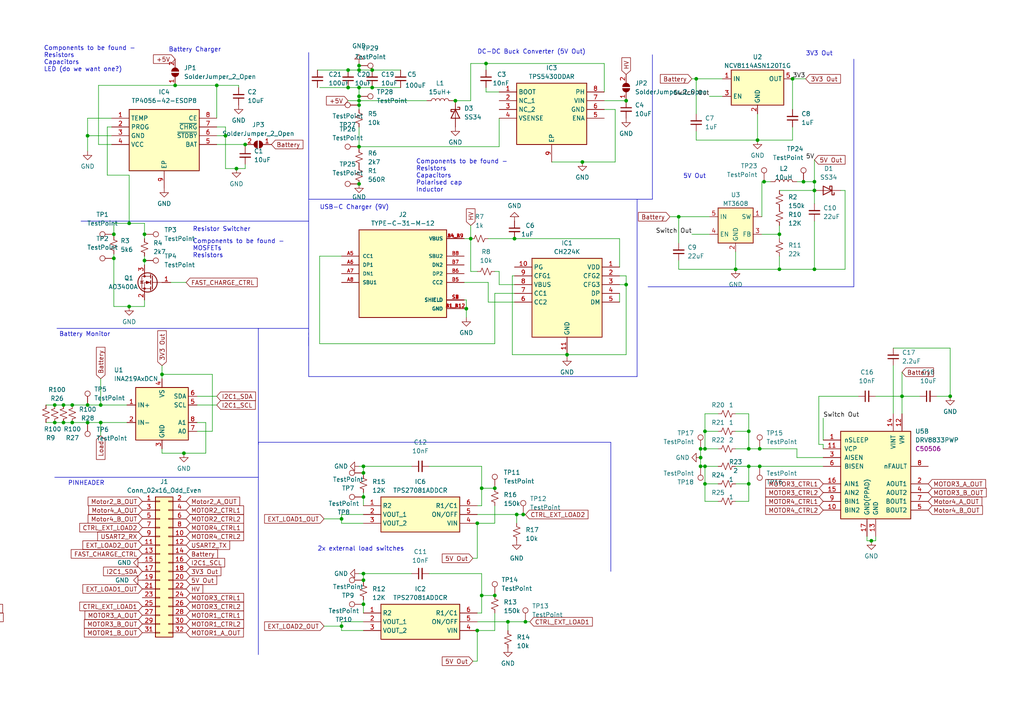
<source format=kicad_sch>
(kicad_sch (version 20230121) (generator eeschema)
  (paper "A4")
  (lib_symbols
    (symbol "CH224K:CH224K"
      (property "Reference" "IC" (at 26.67 7.62 0))
      (property "Value" "CH224K" (at 26.67 5.08 0))
      (symbol "CH224K_1_1"
        (pin passive line (at 0 0 0) (length 5.08) (name "VDD") (number "1"))
        (pin passive line (at 30.48 0 180) (length 5.08) (name "PG") (number "10"))
        (pin passive line (at 15.24 -25.4 90) (length 5.08) (name "GND") (number "11"))
        (pin passive line (at 0 -2.54 0) (length 5.08) (name "CFG2") (number "2"))
        (pin passive line (at 0 -5.08 0) (length 5.08) (name "CFG3") (number "3"))
        (pin passive line (at 0 -7.62 0) (length 5.08) (name "DP") (number "4"))
        (pin passive line (at 0 -10.16 0) (length 5.08) (name "DM") (number "5"))
        (pin passive line (at 30.48 -10.16 180) (length 5.08) (name "CC2") (number "6"))
        (pin passive line (at 30.48 -7.62 180) (length 5.08) (name "CC1") (number "7"))
        (pin passive line (at 30.48 -5.08 180) (length 5.08) (name "VBUS") (number "8"))
        (pin passive line (at 30.48 -2.54 180) (length 5.08) (name "CFG1") (number "9"))
      )
    )
    (symbol "Connector:TestPoint" (pin_numbers hide) (pin_names (offset 0.762) hide)
      (property "Reference" "TP" (at 0 6.858 0))
      (property "Value" "TestPoint" (at 0 5.08 0))
      (symbol "TestPoint_1_1"
        (pin passive line (at 0 0 90) (length 2.54) (name "1") (number "1"))
      )
    )
    (symbol "Connector_Generic:Conn_02x16_Odd_Even" (pin_names (offset 1.016) hide)
      (property "Reference" "J" (at 1.27 20.32 0))
      (property "Value" "Conn_02x16_Odd_Even" (at 1.27 -22.86 0))
      (symbol "Conn_02x16_Odd_Even_1_1"
        (pin passive line (at -5.08 17.78 0) (length 3.81) (name "Pin_1") (number "1"))
        (pin passive line (at 7.62 7.62 180) (length 3.81) (name "Pin_10") (number "10"))
        (pin passive line (at -5.08 5.08 0) (length 3.81) (name "Pin_11") (number "11"))
        (pin passive line (at 7.62 5.08 180) (length 3.81) (name "Pin_12") (number "12"))
        (pin passive line (at -5.08 2.54 0) (length 3.81) (name "Pin_13") (number "13"))
        (pin passive line (at 7.62 2.54 180) (length 3.81) (name "Pin_14") (number "14"))
        (pin passive line (at -5.08 0 0) (length 3.81) (name "Pin_15") (number "15"))
        (pin passive line (at 7.62 0 180) (length 3.81) (name "Pin_16") (number "16"))
        (pin passive line (at -5.08 -2.54 0) (length 3.81) (name "Pin_17") (number "17"))
        (pin passive line (at 7.62 -2.54 180) (length 3.81) (name "Pin_18") (number "18"))
        (pin passive line (at -5.08 -5.08 0) (length 3.81) (name "Pin_19") (number "19"))
        (pin passive line (at 7.62 17.78 180) (length 3.81) (name "Pin_2") (number "2"))
        (pin passive line (at 7.62 -5.08 180) (length 3.81) (name "Pin_20") (number "20"))
        (pin passive line (at -5.08 -7.62 0) (length 3.81) (name "Pin_21") (number "21"))
        (pin passive line (at 7.62 -7.62 180) (length 3.81) (name "Pin_22") (number "22"))
        (pin passive line (at -5.08 -10.16 0) (length 3.81) (name "Pin_23") (number "23"))
        (pin passive line (at 7.62 -10.16 180) (length 3.81) (name "Pin_24") (number "24"))
        (pin passive line (at -5.08 -12.7 0) (length 3.81) (name "Pin_25") (number "25"))
        (pin passive line (at 7.62 -12.7 180) (length 3.81) (name "Pin_26") (number "26"))
        (pin passive line (at -5.08 -15.24 0) (length 3.81) (name "Pin_27") (number "27"))
        (pin passive line (at 7.62 -15.24 180) (length 3.81) (name "Pin_28") (number "28"))
        (pin passive line (at -5.08 -17.78 0) (length 3.81) (name "Pin_29") (number "29"))
        (pin passive line (at -5.08 15.24 0) (length 3.81) (name "Pin_3") (number "3"))
        (pin passive line (at 7.62 -17.78 180) (length 3.81) (name "Pin_30") (number "30"))
        (pin passive line (at -5.08 -20.32 0) (length 3.81) (name "Pin_31") (number "31"))
        (pin passive line (at 7.62 -20.32 180) (length 3.81) (name "Pin_32") (number "32"))
        (pin passive line (at 7.62 15.24 180) (length 3.81) (name "Pin_4") (number "4"))
        (pin passive line (at -5.08 12.7 0) (length 3.81) (name "Pin_5") (number "5"))
        (pin passive line (at 7.62 12.7 180) (length 3.81) (name "Pin_6") (number "6"))
        (pin passive line (at -5.08 10.16 0) (length 3.81) (name "Pin_7") (number "7"))
        (pin passive line (at 7.62 10.16 180) (length 3.81) (name "Pin_8") (number "8"))
        (pin passive line (at -5.08 7.62 0) (length 3.81) (name "Pin_9") (number "9"))
      )
    )
    (symbol "DRV8833PWP_1" (pin_names (offset 1.016))
      (property "Reference" "U" (at -3.81 16.51 0))
      (property "Value" "DRV8833PWP" (at -3.81 13.97 0))
      (symbol "DRV8833PWP_1_1_1"
        (pin input line (at -15.24 10.16 0) (length 5.08) (name "nSLEEP") (number "1"))
        (pin input line (at -15.24 -10.16 0) (length 5.08) (name "BIN2") (number "10"))
        (pin bidirectional line (at -15.24 7.62 0) (length 5.08) (name "VCP") (number "11"))
        (pin power_in line (at 7.62 17.78 270) (length 5.08) (name "VM") (number "12"))
        (pin power_in line (at 0 -17.78 90) (length 5.08) (name "GND") (number "13"))
        (pin power_in line (at 5.08 17.78 270) (length 5.08) (name "VINT") (number "14"))
        (pin input line (at -15.24 -5.08 0) (length 5.08) (name "AIN2") (number "15"))
        (pin input line (at -15.24 -2.54 0) (length 5.08) (name "AIN1") (number "16"))
        (pin power_in line (at -2.54 -17.78 90) (length 5.08) (name "GND(PPAD)") (number "17"))
        (pin power_out line (at 15.24 -2.54 180) (length 5.08) (name "AOUT1") (number "2"))
        (pin bidirectional line (at -15.24 5.08 0) (length 5.08) (name "AISEN") (number "3"))
        (pin power_out line (at 15.24 -5.08 180) (length 5.08) (name "AOUT2") (number "4"))
        (pin power_out line (at 15.24 -10.16 180) (length 5.08) (name "BOUT2") (number "5"))
        (pin bidirectional line (at -15.24 2.54 0) (length 5.08) (name "BISEN") (number "6"))
        (pin power_out line (at 15.24 -7.62 180) (length 5.08) (name "BOUT1") (number "7"))
        (pin open_collector line (at 15.24 2.54 180) (length 5.08) (name "nFAULT") (number "8"))
        (pin input line (at -15.24 -7.62 0) (length 5.08) (name "BIN1") (number "9"))
      )
    )
    (symbol "Device:C_Small" (pin_numbers hide) (pin_names (offset 0.254) hide)
      (property "Reference" "C" (at 0.254 1.778 0))
      (property "Value" "C_Small" (at 0.254 -2.032 0))
      (symbol "C_Small_1_1"
        (pin passive line (at 0 2.54 270) (length 2.032) (name "~") (number "1"))
        (pin passive line (at 0 -2.54 90) (length 2.032) (name "~") (number "2"))
      )
    )
    (symbol "Device:L" (pin_numbers hide) (pin_names (offset 1.016) hide)
      (property "Reference" "L" (at -1.27 0 90))
      (property "Value" "L" (at 1.905 0 90))
      (symbol "L_1_1"
        (pin passive line (at 0 3.81 270) (length 1.27) (name "1") (number "1"))
        (pin passive line (at 0 -3.81 90) (length 1.27) (name "2") (number "2"))
      )
    )
    (symbol "Device:R_Small_US" (pin_numbers hide) (pin_names (offset 0.254) hide)
      (property "Reference" "R" (at 0.762 0.508 0))
      (property "Value" "R_Small_US" (at 0.762 -1.016 0))
      (symbol "R_Small_US_1_1"
        (pin passive line (at 0 2.54 270) (length 1.016) (name "~") (number "1"))
        (pin passive line (at 0 -2.54 90) (length 1.016) (name "~") (number "2"))
      )
    )
    (symbol "Diode:SS34" (pin_numbers hide) (pin_names (offset 1.016) hide)
      (property "Reference" "D" (at 0 2.54 0))
      (property "Value" "SS34" (at 0 -2.54 0))
      (symbol "SS34_1_1"
        (pin passive line (at -3.81 0 0) (length 2.54) (name "K") (number "1"))
        (pin passive line (at 3.81 0 180) (length 2.54) (name "A") (number "2"))
      )
    )
    (symbol "Driver_Motor:DRV8833PWP" (pin_names (offset 1.016))
      (property "Reference" "U" (at -3.81 16.51 0))
      (property "Value" "DRV8833PWP" (at -3.81 13.97 0))
      (property "LCSC" "C50506" (at 0 0 0))
      (symbol "DRV8833PWP_1_1"
        (pin input line (at -15.24 10.16 0) (length 5.08) (name "nSLEEP") (number "1"))
        (pin input line (at -15.24 -10.16 0) (length 5.08) (name "BIN2") (number "10"))
        (pin bidirectional line (at -15.24 7.62 0) (length 5.08) (name "VCP") (number "11"))
        (pin power_in line (at 7.62 17.78 270) (length 5.08) (name "VM") (number "12"))
        (pin power_in line (at 0 -17.78 90) (length 5.08) (name "GND") (number "13"))
        (pin power_in line (at 5.08 17.78 270) (length 5.08) (name "VINT") (number "14"))
        (pin input line (at -15.24 -5.08 0) (length 5.08) (name "AIN2") (number "15"))
        (pin input line (at -15.24 -2.54 0) (length 5.08) (name "AIN1") (number "16"))
        (pin power_in line (at -2.54 -17.78 90) (length 5.08) (name "GND(PPAD)") (number "17"))
        (pin power_out line (at 15.24 -2.54 180) (length 5.08) (name "AOUT1") (number "2"))
        (pin bidirectional line (at -15.24 5.08 0) (length 5.08) (name "AISEN") (number "3"))
        (pin power_out line (at 15.24 -5.08 180) (length 5.08) (name "AOUT2") (number "4"))
        (pin power_out line (at 15.24 -10.16 180) (length 5.08) (name "BOUT2") (number "5"))
        (pin bidirectional line (at -15.24 2.54 0) (length 5.08) (name "BISEN") (number "6"))
        (pin power_out line (at 15.24 -7.62 180) (length 5.08) (name "BOUT1") (number "7"))
        (pin open_collector line (at 15.24 2.54 180) (length 5.08) (name "nFAULT") (number "8"))
        (pin input line (at -15.24 -7.62 0) (length 5.08) (name "BIN1") (number "9"))
      )
      (symbol "DRV8833PWP_2_1"
        (pin input line (at -15.24 10.16 0) (length 5.08) (name "nSLEEP") (number "1"))
        (pin input line (at -15.24 -10.16 0) (length 5.08) (name "BIN2") (number "10"))
        (pin bidirectional line (at -15.24 7.62 0) (length 5.08) (name "VCP") (number "11"))
        (pin power_in line (at 7.62 17.78 270) (length 5.08) (name "VM") (number "12"))
        (pin power_in line (at 0 -17.78 90) (length 5.08) (name "GND") (number "13"))
        (pin power_in line (at 5.08 17.78 270) (length 5.08) (name "VINT") (number "14"))
        (pin input line (at -15.24 -5.08 0) (length 5.08) (name "AIN2") (number "15"))
        (pin input line (at -15.24 -2.54 0) (length 5.08) (name "AIN1") (number "16"))
        (pin power_in line (at -2.54 -17.78 90) (length 5.08) (name "GND(PPAD)") (number "17"))
        (pin power_out line (at 15.24 -2.54 180) (length 5.08) (name "AOUT1") (number "2"))
        (pin bidirectional line (at -15.24 5.08 0) (length 5.08) (name "AISEN") (number "3"))
        (pin power_out line (at 15.24 -5.08 180) (length 5.08) (name "AOUT2") (number "4"))
        (pin power_out line (at 15.24 -10.16 180) (length 5.08) (name "BOUT2") (number "5"))
        (pin bidirectional line (at -15.24 2.54 0) (length 5.08) (name "BISEN") (number "6"))
        (pin power_out line (at 15.24 -7.62 180) (length 5.08) (name "BOUT1") (number "7"))
        (pin open_collector line (at 15.24 2.54 180) (length 5.08) (name "nFAULT") (number "8"))
        (pin input line (at -15.24 -7.62 0) (length 5.08) (name "BIN1") (number "9"))
      )
    )
    (symbol "Jumper:SolderJumper_2_Open" (pin_names (offset 0) hide)
      (property "Reference" "JP" (at 0 2.032 0))
      (property "Value" "SolderJumper_2_Open" (at 0 -2.54 0))
      (symbol "SolderJumper_2_Open_1_1"
        (pin passive line (at -3.81 0 0) (length 2.54) (name "A") (number "1"))
        (pin passive line (at 3.81 0 180) (length 2.54) (name "B") (number "2"))
      )
    )
    (symbol "Regulator_Linear:NCV8114ASN120T1G"
      (property "Reference" "U" (at 0 8.89 0))
      (property "Value" "NCV8114ASN120T1G" (at 0 6.35 0))
      (symbol "NCV8114ASN120T1G_1_1"
        (pin power_in line (at -10.16 2.54 0) (length 2.54) (name "IN") (number "1"))
        (pin power_in line (at 0 -7.62 90) (length 2.54) (name "GND") (number "2"))
        (pin input line (at -10.16 -2.54 0) (length 2.54) (name "EN") (number "3"))
        (pin no_connect line (at 7.62 -2.54 180) (length 2.54) hide (name "NC") (number "4"))
        (pin power_out line (at 10.16 2.54 180) (length 2.54) (name "OUT") (number "5"))
      )
    )
    (symbol "Regulator_Switching:MT3608"
      (property "Reference" "U" (at -2.54 8.89 0))
      (property "Value" "MT3608" (at -3.81 6.35 0))
      (symbol "MT3608_1_1"
        (pin passive line (at 7.62 2.54 180) (length 2.54) (name "SW") (number "1"))
        (pin power_in line (at 0 -7.62 90) (length 2.54) (name "GND") (number "2"))
        (pin input line (at 7.62 -2.54 180) (length 2.54) (name "FB") (number "3"))
        (pin input line (at -7.62 -2.54 0) (length 2.54) (name "EN") (number "4"))
        (pin power_in line (at -7.62 2.54 0) (length 2.54) (name "IN") (number "5"))
        (pin no_connect line (at 5.08 0 180) (length 2.54) hide (name "NC") (number "6"))
      )
    )
    (symbol "Sensor_Energy:INA219AxDCN"
      (property "Reference" "U" (at -6.35 8.89 0))
      (property "Value" "INA219AxDCN" (at 6.35 8.89 0))
      (symbol "INA219AxDCN_1_1"
        (pin input line (at -10.16 2.54 0) (length 2.54) (name "IN+") (number "1"))
        (pin input line (at -10.16 -2.54 0) (length 2.54) (name "IN-") (number "2"))
        (pin power_in line (at 0 -10.16 90) (length 2.54) (name "GND") (number "3"))
        (pin power_in line (at 0 10.16 270) (length 2.54) (name "VS") (number "4"))
        (pin input line (at 10.16 2.54 180) (length 2.54) (name "SCL") (number "5"))
        (pin bidirectional line (at 10.16 5.08 180) (length 2.54) (name "SDA") (number "6"))
        (pin input line (at 10.16 -5.08 180) (length 2.54) (name "A0") (number "7"))
        (pin input line (at 10.16 -2.54 180) (length 2.54) (name "A1") (number "8"))
      )
    )
    (symbol "TP4056-42-ESOP8:TP4056-42-ESOP8"
      (property "Reference" "IC" (at 26.67 7.62 0))
      (property "Value" "TP4056-42-ESOP8" (at 26.67 5.08 0))
      (symbol "TP4056-42-ESOP8_1_1"
        (pin passive line (at 0 0 0) (length 5.08) (name "TEMP") (number "1"))
        (pin passive line (at 0 -2.54 0) (length 5.08) (name "PROG") (number "2"))
        (pin passive line (at 0 -5.08 0) (length 5.08) (name "GND") (number "3"))
        (pin passive line (at 0 -7.62 0) (length 5.08) (name "VCC") (number "4"))
        (pin passive line (at 30.48 -7.62 180) (length 5.08) (name "BAT") (number "5"))
        (pin passive line (at 30.48 -5.08 180) (length 5.08) (name "~{STDBY}") (number "6"))
        (pin passive line (at 30.48 -2.54 180) (length 5.08) (name "~{CHRG}") (number "7"))
        (pin passive line (at 30.48 0 180) (length 5.08) (name "CE") (number "8"))
        (pin passive line (at 15.24 -20.32 90) (length 5.08) (name "EP") (number "9"))
      )
    )
    (symbol "TPS27081ADDCR_1"
      (property "Reference" "IC" (at 29.21 7.62 0))
      (property "Value" "TPS27081ADDCR" (at 29.21 5.08 0))
      (symbol "TPS27081ADDCR_1_1_1"
        (pin passive line (at 0 0 0) (length 5.08) (name "R2") (number "1"))
        (pin passive line (at 0 -2.54 0) (length 5.08) (name "VOUT_1") (number "2"))
        (pin passive line (at 0 -5.08 0) (length 5.08) (name "VOUT_2") (number "3"))
        (pin passive line (at 33.02 -5.08 180) (length 5.08) (name "VIN") (number "4"))
        (pin passive line (at 33.02 -2.54 180) (length 5.08) (name "ON/OFF") (number "5"))
        (pin passive line (at 33.02 0 180) (length 5.08) (name "R1/C1") (number "6"))
      )
    )
    (symbol "TPS5430DDAR:TPS5430DDAR"
      (property "Reference" "IC" (at 26.67 7.62 0))
      (property "Value" "TPS5430DDAR" (at 26.67 5.08 0))
      (symbol "TPS5430DDAR_1_1"
        (pin passive line (at 0 0 0) (length 5.08) (name "BOOT") (number "1"))
        (pin passive line (at 0 -2.54 0) (length 5.08) (name "NC_1") (number "2"))
        (pin passive line (at 0 -5.08 0) (length 5.08) (name "NC_2") (number "3"))
        (pin passive line (at 0 -7.62 0) (length 5.08) (name "VSENSE") (number "4"))
        (pin passive line (at 30.48 -7.62 180) (length 5.08) (name "ENA") (number "5"))
        (pin passive line (at 30.48 -5.08 180) (length 5.08) (name "GND") (number "6"))
        (pin passive line (at 30.48 -2.54 180) (length 5.08) (name "VIN") (number "7"))
        (pin passive line (at 30.48 0 180) (length 5.08) (name "PH") (number "8"))
        (pin passive line (at 15.24 -20.32 90) (length 5.08) (name "EP") (number "9"))
      )
    )
    (symbol "TYPE-C-31-M-12:TYPE-C-31-M-12" (pin_names (offset 1.016))
      (property "Reference" "J" (at -12.7 13.462 0))
      (property "Value" "TYPE-C-31-M-12" (at -12.7 -13.462 0))
      (symbol "TYPE-C-31-M-12_0_0"
        (pin power_in line (at 17.78 -10.16 180) (length 5.08) (name "GND") (number "A1_B12"))
        (pin power_in line (at 17.78 10.16 180) (length 5.08) (name "VBUS") (number "A4_B9"))
        (pin bidirectional line (at -17.78 5.08 0) (length 5.08) (name "CC1") (number "A5"))
        (pin bidirectional line (at -17.78 2.54 0) (length 5.08) (name "DP1") (number "A6"))
        (pin bidirectional line (at -17.78 0 0) (length 5.08) (name "DN1") (number "A7"))
        (pin bidirectional line (at -17.78 -2.54 0) (length 5.08) (name "SBU1") (number "A8"))
        (pin power_in line (at 17.78 -10.16 180) (length 5.08) (name "GND") (number "B1_A12"))
        (pin power_in line (at 17.78 10.16 180) (length 5.08) (name "VBUS") (number "B4_A9"))
        (pin bidirectional line (at 17.78 -2.54 180) (length 5.08) (name "CC2") (number "B5"))
        (pin bidirectional line (at 17.78 0 180) (length 5.08) (name "DP2") (number "B6"))
        (pin bidirectional line (at 17.78 2.54 180) (length 5.08) (name "DN2") (number "B7"))
        (pin bidirectional line (at 17.78 5.08 180) (length 5.08) (name "SBU2") (number "B8"))
        (pin passive line (at 17.78 -7.62 180) (length 5.08) (name "SHIELD") (number "S1"))
        (pin passive line (at 17.78 -7.62 180) (length 5.08) (name "SHIELD") (number "S2"))
        (pin passive line (at 17.78 -7.62 180) (length 5.08) (name "SHIELD") (number "S3"))
        (pin passive line (at 17.78 -7.62 180) (length 5.08) (name "SHIELD") (number "S4"))
      )
    )
    (symbol "Transistor_FET:AO3400A" (pin_names hide)
      (property "Reference" "Q" (at 5.08 1.905 0))
      (property "Value" "AO3400A" (at 5.08 0 0))
      (symbol "AO3400A_1_1"
        (pin input line (at -5.08 0 0) (length 2.54) (name "G") (number "1"))
        (pin passive line (at 2.54 -5.08 90) (length 2.54) (name "S") (number "2"))
        (pin passive line (at 2.54 5.08 270) (length 2.54) (name "D") (number "3"))
      )
    )
    (symbol "power:GND" (power) (pin_names (offset 0))
      (property "Value" "GND" (at 0 -3.81 0))
      (symbol "GND_1_1"
        (pin power_in line (at 0 0 270) (length 0) hide (name "GND") (number "1"))
      )
    )
  )
  (junction (at 220.345 135.255))
  (junction (at 33.02 74.93))
  (junction (at 164.465 102.87))
  (junction (at 33.02 67.945))
  (junction (at 139.7 141.605))
  (junction (at -51.435 172.72))
  (junction (at 104.14 27.94))
  (junction (at 236.22 55.245))
  (junction (at 104.14 29.21))
  (junction (at 226.06 78.105))
  (junction (at 105.41 137.16))
  (junction (at 50.8 24.765))
  (junction (at 104.14 30.48))
  (junction (at 104.14 25.4))
  (junction (at 221.615 52.705))
  (junction (at 25.4 39.37))
  (junction (at 147.32 180.34))
  (junction (at 41.91 75.565))
  (junction (at 105.41 168.275))
  (junction (at 204.47 140.335))
  (junction (at 18.415 122.555))
  (junction (at 168.91 46.99))
  (junction (at 15.875 117.475))
  (junction (at 20.955 122.555))
  (junction (at 105.41 175.26))
  (junction (at -53.34 167.64))
  (junction (at 261.62 114.935))
  (junction (at 107.95 20.32))
  (junction (at 149.225 69.215))
  (junction (at 204.47 130.175))
  (junction (at 203.2 135.255))
  (junction (at 139.7 172.72))
  (junction (at -23.495 154.94))
  (junction (at -32.385 192.405))
  (junction (at 217.17 130.175))
  (junction (at 99.06 150.495))
  (junction (at 105.41 144.145))
  (junction (at 181.61 29.21))
  (junction (at 132.08 29.21))
  (junction (at 15.875 122.555))
  (junction (at 25.4 117.475))
  (junction (at 229.87 22.86))
  (junction (at 104.14 42.545))
  (junction (at 68.58 48.895))
  (junction (at 252.73 156.845))
  (junction (at 196.85 62.865))
  (junction (at 204.47 125.095))
  (junction (at 62.865 24.765))
  (junction (at 100.965 20.32))
  (junction (at 201.93 22.86))
  (junction (at 104.14 53.34))
  (junction (at 140.97 18.415))
  (junction (at 135.255 89.535))
  (junction (at 236.22 78.105))
  (junction (at 29.21 122.555))
  (junction (at 46.99 108.585))
  (junction (at 99.06 181.61))
  (junction (at 18.415 117.475))
  (junction (at 203.2 132.715))
  (junction (at 65.405 39.37))
  (junction (at 275.59 114.935))
  (junction (at -61.595 167.64))
  (junction (at 105.41 166.37))
  (junction (at 233.045 52.705))
  (junction (at 143.51 172.72))
  (junction (at 37.465 88.9))
  (junction (at 100.965 25.4))
  (junction (at 219.71 40.64))
  (junction (at 138.43 182.88))
  (junction (at 138.43 151.765))
  (junction (at 217.17 125.095))
  (junction (at 107.95 25.4))
  (junction (at 226.06 67.945))
  (junction (at 104.14 19.05))
  (junction (at 151.765 149.225))
  (junction (at 152.4 180.34))
  (junction (at 213.36 78.105))
  (junction (at -60.325 172.72))
  (junction (at -9.525 154.94))
  (junction (at 29.21 117.475))
  (junction (at 217.17 140.335))
  (junction (at 236.22 52.705))
  (junction (at 71.12 41.91))
  (junction (at 204.47 135.255))
  (junction (at 149.86 149.225))
  (junction (at 220.345 130.175))
  (junction (at 41.91 67.945))
  (junction (at 25.4 122.555))
  (junction (at 203.2 130.175))
  (junction (at 143.51 141.605))
  (junction (at 53.34 131.445))
  (junction (at 104.14 20.32))
  (junction (at 181.61 82.55))
  (junction (at 217.17 135.255))
  (junction (at 136.525 69.215))
  (junction (at 37.465 64.77))
  (junction (at 20.955 117.475))
  (junction (at 105.41 135.255))
  (junction (at -62.865 170.18))
  (wire (pts (xy 28.575 41.91) (xy 28.575 24.765)))
  (wire (pts (xy 136.525 69.215) (xy 136.525 78.74)))
  (wire (pts (xy 92.71 74.295) (xy 99.06 74.295)))
  (wire (pts (xy 53.975 81.915) (xy 49.53 81.915)))
  (wire (pts (xy 205.74 27.94) (xy 209.55 27.94)))
  (wire (pts (xy -23.495 154.94) (xy -18.415 154.94)))
  (wire (pts (xy 217.17 135.255) (xy 217.17 140.335)))
  (wire (pts (xy 179.705 69.215) (xy 149.225 69.215)))
  (wire (pts (xy 226.06 67.945) (xy 226.06 65.405)))
  (wire (pts (xy 204.47 120.015) (xy 204.47 125.095)))
  (wire (pts (xy 236.22 46.355) (xy 236.22 52.705)))
  (wire (pts (xy 196.85 62.865) (xy 205.74 62.865)))
  (polyline (pts (xy 74.93 95.25) (xy 89.535 95.25)))
  (wire (pts (xy -52.705 154.94) (xy -52.705 166.37)))
  (wire (pts (xy 61.595 108.585) (xy 46.99 108.585)))
  (wire (pts (xy 41.91 74.295) (xy 41.91 75.565)))
  (wire (pts (xy 99.06 180.34) (xy 99.06 181.61)))
  (wire (pts (xy 254 114.935) (xy 261.62 114.935)))
  (wire (pts (xy 104.14 43.18) (xy 104.14 42.545)))
  (wire (pts (xy 236.22 55.245) (xy 236.22 59.055)))
  (wire (pts (xy 226.06 55.245) (xy 236.22 55.245)))
  (wire (pts (xy 137.16 191.77) (xy 138.43 191.77)))
  (wire (pts (xy 105.41 137.795) (xy 105.41 137.16)))
  (wire (pts (xy 71.12 47.625) (xy 71.12 48.895)))
  (wire (pts (xy -60.325 172.72) (xy -59.055 172.72)))
  (wire (pts (xy 50.8 24.765) (xy 62.865 24.765)))
  (wire (pts (xy 143.51 177.8) (xy 143.51 182.88)))
  (wire (pts (xy -13.335 154.94) (xy -9.525 154.94)))
  (wire (pts (xy -23.495 154.94) (xy -23.495 156.21)))
  (wire (pts (xy 139.7 146.685) (xy 138.43 146.685)))
  (wire (pts (xy 208.28 145.415) (xy 204.47 145.415)))
  (wire (pts (xy 179.705 82.55) (xy 181.61 82.55)))
  (wire (pts (xy 15.875 117.475) (xy 18.415 117.475)))
  (wire (pts (xy 143.51 182.88) (xy 138.43 182.88)))
  (wire (pts (xy 32.385 36.83) (xy 31.115 36.83)))
  (polyline (pts (xy 89.535 64.135) (xy 89.535 97.155)))
  (wire (pts (xy 231.14 130.175) (xy 220.345 130.175)))
  (wire (pts (xy 92.71 99.695) (xy 92.71 74.295)))
  (wire (pts (xy 138.43 161.925) (xy 138.43 151.765)))
  (wire (pts (xy 41.91 75.565) (xy 41.91 76.835)))
  (wire (pts (xy 92.71 25.4) (xy 100.965 25.4)))
  (wire (pts (xy 134.62 81.915) (xy 141.605 81.915)))
  (wire (pts (xy 20.955 117.475) (xy 25.4 117.475)))
  (polyline (pts (xy 89.535 97.79) (xy 89.535 109.22)))
  (polyline (pts (xy 23.495 64.135) (xy 89.535 64.135)))
  (wire (pts (xy 139.7 166.37) (xy 139.7 172.72)))
  (wire (pts (xy 144.78 82.55) (xy 144.78 78.74)))
  (wire (pts (xy -46.355 172.72) (xy -51.435 172.72)))
  (wire (pts (xy 144.78 26.67) (xy 140.97 26.67)))
  (wire (pts (xy 140.97 26.67) (xy 140.97 25.4)))
  (wire (pts (xy 226.06 78.105) (xy 236.22 78.105)))
  (wire (pts (xy 181.61 82.55) (xy 181.61 102.87)))
  (wire (pts (xy 59.69 122.555) (xy 59.69 131.445)))
  (polyline (pts (xy 71.755 138.43) (xy 74.93 138.43)))
  (polyline (pts (xy 74.93 138.43) (xy 74.93 189.865)))
  (wire (pts (xy 28.575 24.765) (xy 50.8 24.765)))
  (wire (pts (xy -62.865 167.64) (xy -62.865 170.18)))
  (wire (pts (xy 147.32 180.34) (xy 147.32 182.88)))
  (wire (pts (xy 99.06 149.225) (xy 99.06 150.495)))
  (wire (pts (xy 213.36 135.255) (xy 217.17 135.255)))
  (wire (pts (xy 25.4 117.475) (xy 29.21 117.475)))
  (wire (pts (xy 231.14 130.175) (xy 231.14 132.715)))
  (wire (pts (xy 18.415 122.555) (xy 20.955 122.555)))
  (wire (pts (xy 59.69 131.445) (xy 53.34 131.445)))
  (wire (pts (xy 37.465 88.9) (xy 33.02 88.9)))
  (wire (pts (xy 99.06 182.88) (xy 99.06 181.61)))
  (wire (pts (xy -51.435 172.72) (xy -53.975 172.72)))
  (wire (pts (xy 229.87 22.86) (xy 233.68 22.86)))
  (wire (pts (xy 33.02 74.93) (xy 33.02 88.9)))
  (wire (pts (xy 69.215 24.765) (xy 69.215 25.4)))
  (wire (pts (xy 124.46 166.37) (xy 139.7 166.37)))
  (wire (pts (xy 135.255 89.535) (xy 135.255 92.075)))
  (wire (pts (xy 140.97 18.415) (xy 140.97 20.32)))
  (wire (pts (xy 105.41 144.145) (xy 105.41 146.685)))
  (wire (pts (xy 136.525 65.405) (xy 136.525 69.215)))
  (wire (pts (xy 251.46 155.575) (xy 251.46 156.845)))
  (wire (pts (xy 37.465 64.77) (xy 41.91 64.77)))
  (wire (pts (xy 62.865 114.935) (xy 57.15 114.935)))
  (wire (pts (xy 104.14 42.545) (xy 144.78 42.545)))
  (wire (pts (xy -53.975 167.64) (xy -53.34 167.64)))
  (wire (pts (xy 107.95 20.32) (xy 116.205 20.32)))
  (wire (pts (xy 217.17 135.255) (xy 220.345 135.255)))
  (wire (pts (xy 138.43 180.34) (xy 147.32 180.34)))
  (wire (pts (xy 132.08 29.21) (xy 136.525 29.21)))
  (wire (pts (xy 201.93 40.64) (xy 219.71 40.64)))
  (wire (pts (xy 217.17 120.015) (xy 217.17 125.095)))
  (wire (pts (xy 229.87 36.83) (xy 229.87 40.64)))
  (wire (pts (xy 175.26 31.75) (xy 178.435 31.75)))
  (wire (pts (xy 61.595 125.095) (xy 61.595 108.585)))
  (wire (pts (xy -62.865 170.18) (xy -62.865 172.72)))
  (wire (pts (xy 261.62 114.935) (xy 266.7 114.935)))
  (polyline (pts (xy 184.785 109.22) (xy 184.785 57.785)))
  (wire (pts (xy 104.14 20.32) (xy 107.95 20.32)))
  (wire (pts (xy 201.93 22.86) (xy 201.93 33.02)))
  (wire (pts (xy 119.38 135.255) (xy 105.41 135.255)))
  (wire (pts (xy 20.955 122.555) (xy 25.4 122.555)))
  (wire (pts (xy 204.47 135.255) (xy 204.47 140.335)))
  (wire (pts (xy 104.14 25.4) (xy 104.14 27.94)))
  (wire (pts (xy 231.14 52.705) (xy 233.045 52.705)))
  (wire (pts (xy 181.61 102.87) (xy 164.465 102.87)))
  (polyline (pts (xy 89.535 109.22) (xy 184.785 109.22)))
  (wire (pts (xy 220.98 67.945) (xy 226.06 67.945)))
  (wire (pts (xy 105.41 182.88) (xy 99.06 182.88)))
  (wire (pts (xy 204.47 130.175) (xy 208.28 130.175)))
  (wire (pts (xy 13.335 122.555) (xy 15.875 122.555)))
  (wire (pts (xy 29.21 122.555) (xy 36.83 122.555)))
  (wire (pts (xy -26.035 140.97) (xy -9.525 140.97)))
  (wire (pts (xy 245.11 55.245) (xy 243.84 55.245)))
  (wire (pts (xy 152.4 180.34) (xy 153.67 180.34)))
  (wire (pts (xy 31.115 36.83) (xy 31.115 50.8)))
  (wire (pts (xy 29.21 109.855) (xy 29.21 117.475)))
  (wire (pts (xy 221.615 52.705) (xy 223.52 52.705)))
  (wire (pts (xy 237.49 128.905) (xy 238.76 128.905)))
  (wire (pts (xy 41.91 86.995) (xy 41.91 88.9)))
  (wire (pts (xy -46.355 171.45) (xy -46.355 172.72)))
  (wire (pts (xy 226.06 74.295) (xy 226.06 78.105)))
  (wire (pts (xy -62.865 172.72) (xy -60.325 172.72)))
  (wire (pts (xy 100.965 20.32) (xy 92.075 20.32)))
  (wire (pts (xy 149.225 82.55) (xy 144.78 82.55)))
  (wire (pts (xy 134.62 89.535) (xy 135.255 89.535)))
  (polyline (pts (xy 187.96 83.185) (xy 247.65 83.185)))
  (wire (pts (xy 275.59 100.965) (xy 275.59 114.935)))
  (wire (pts (xy 208.28 120.015) (xy 204.47 120.015)))
  (wire (pts (xy 213.36 120.015) (xy 217.17 120.015)))
  (wire (pts (xy -61.595 167.64) (xy -62.865 167.64)))
  (wire (pts (xy 143.51 151.765) (xy 138.43 151.765)))
  (wire (pts (xy 33.02 64.77) (xy 37.465 64.77)))
  (wire (pts (xy 139.7 141.605) (xy 139.7 146.685)))
  (wire (pts (xy 220.345 130.175) (xy 217.17 130.175)))
  (wire (pts (xy 139.7 172.72) (xy 139.7 177.8)))
  (wire (pts (xy 245.11 78.105) (xy 236.22 78.105)))
  (wire (pts (xy 149.86 149.225) (xy 151.765 149.225)))
  (wire (pts (xy 136.525 69.215) (xy 134.62 69.215)))
  (wire (pts (xy 231.14 132.715) (xy 238.76 132.715)))
  (wire (pts (xy 99.06 150.495) (xy 93.98 150.495)))
  (wire (pts (xy 135.255 86.995) (xy 135.255 89.535)))
  (wire (pts (xy 71.12 48.895) (xy 68.58 48.895)))
  (wire (pts (xy 229.87 22.86) (xy 229.87 31.75)))
  (wire (pts (xy 139.7 172.72) (xy 143.51 172.72)))
  (wire (pts (xy 46.99 108.585) (xy 46.99 109.855)))
  (polyline (pts (xy 16.51 95.25) (xy 74.93 95.25)))
  (wire (pts (xy 33.02 73.66) (xy 33.02 74.93)))
  (wire (pts (xy 203.2 132.715) (xy 203.2 135.255)))
  (wire (pts (xy -33.655 191.77) (xy -33.655 192.405)))
  (wire (pts (xy 179.705 85.09) (xy 179.705 87.63)))
  (wire (pts (xy 25.4 39.37) (xy 32.385 39.37)))
  (wire (pts (xy 100.965 25.4) (xy 104.14 25.4)))
  (wire (pts (xy 104.14 31.75) (xy 104.14 30.48)))
  (wire (pts (xy 179.705 80.01) (xy 181.61 80.01)))
  (wire (pts (xy 238.76 128.905) (xy 238.76 130.175)))
  (wire (pts (xy 259.08 106.045) (xy 259.08 120.015)))
  (wire (pts (xy 138.43 149.225) (xy 149.86 149.225)))
  (wire (pts (xy 229.87 40.64) (xy 219.71 40.64)))
  (wire (pts (xy 105.41 175.26) (xy 105.41 177.8)))
  (wire (pts (xy 236.22 64.135) (xy 236.22 78.105)))
  (wire (pts (xy 57.15 122.555) (xy 59.69 122.555)))
  (wire (pts (xy 107.95 25.4) (xy 116.205 25.4)))
  (wire (pts (xy 105.41 168.91) (xy 105.41 168.275)))
  (wire (pts (xy 104.14 166.37) (xy 105.41 166.37)))
  (wire (pts (xy 104.14 27.94) (xy 104.14 29.21)))
  (wire (pts (xy 65.405 36.83) (xy 65.405 39.37)))
  (wire (pts (xy 141.605 81.915) (xy 141.605 87.63)))
  (wire (pts (xy 33.02 67.945) (xy 33.02 68.58)))
  (wire (pts (xy 237.49 114.935) (xy 237.49 128.905)))
  (wire (pts (xy 259.08 100.965) (xy 275.59 100.965)))
  (wire (pts (xy 25.4 39.37) (xy 25.4 43.815)))
  (wire (pts (xy 213.36 140.335) (xy 217.17 140.335)))
  (wire (pts (xy 219.71 33.02) (xy 219.71 40.64)))
  (polyline (pts (xy 177.165 128.27) (xy 74.93 128.27)))
  (wire (pts (xy 179.705 77.47) (xy 179.705 69.215)))
  (wire (pts (xy 46.99 106.045) (xy 46.99 108.585)))
  (wire (pts (xy 105.41 137.16) (xy 105.41 135.255)))
  (wire (pts (xy 71.12 41.91) (xy 71.12 42.545)))
  (wire (pts (xy 139.7 135.255) (xy 139.7 141.605)))
  (wire (pts (xy 141.605 87.63) (xy 149.225 87.63)))
  (wire (pts (xy -31.115 154.94) (xy -23.495 154.94)))
  (wire (pts (xy 178.435 46.99) (xy 168.91 46.99)))
  (wire (pts (xy 62.865 117.475) (xy 57.15 117.475)))
  (wire (pts (xy 105.41 180.34) (xy 99.06 180.34)))
  (wire (pts (xy -26.035 146.05) (xy -26.035 156.21)))
  (polyline (pts (xy 177.165 165.735) (xy 177.165 128.27)))
  (wire (pts (xy 200.66 22.86) (xy 201.93 22.86)))
  (wire (pts (xy 149.86 149.225) (xy 149.86 151.765)))
  (wire (pts (xy 139.7 141.605) (xy 143.51 141.605)))
  (polyline (pts (xy 189.23 15.875) (xy 189.23 57.785)))
  (wire (pts (xy 208.28 125.095) (xy 204.47 125.095)))
  (wire (pts (xy 104.14 135.255) (xy 105.41 135.255)))
  (wire (pts (xy 233.045 52.705) (xy 236.22 52.705)))
  (wire (pts (xy 46.99 131.445) (xy 46.99 130.175)))
  (wire (pts (xy 217.17 145.415) (xy 217.17 140.335)))
  (wire (pts (xy 175.26 26.67) (xy 175.26 18.415)))
  (wire (pts (xy 131.445 29.21) (xy 132.08 29.21)))
  (wire (pts (xy 178.435 31.75) (xy 178.435 46.99)))
  (wire (pts (xy 213.36 73.025) (xy 213.36 78.105)))
  (polyline (pts (xy 15.875 138.43) (xy 71.755 138.43)))
  (wire (pts (xy 149.225 85.09) (xy 143.51 85.09)))
  (wire (pts (xy 99.06 151.765) (xy 99.06 150.495)))
  (wire (pts (xy 104.14 18.415) (xy 104.14 19.05)))
  (wire (pts (xy 204.47 145.415) (xy 204.47 140.335)))
  (wire (pts (xy 213.36 130.175) (xy 217.17 130.175)))
  (wire (pts (xy 124.46 135.255) (xy 139.7 135.255)))
  (wire (pts (xy 138.43 177.8) (xy 139.7 177.8)))
  (wire (pts (xy 203.2 135.255) (xy 204.47 135.255)))
  (wire (pts (xy 104.14 29.21) (xy 123.825 29.21)))
  (wire (pts (xy -46.355 157.48) (xy -46.355 163.83)))
  (wire (pts (xy 62.865 24.765) (xy 69.215 24.765)))
  (wire (pts (xy 138.43 191.77) (xy 138.43 182.88)))
  (wire (pts (xy 175.26 29.21) (xy 181.61 29.21)))
  (wire (pts (xy -9.525 140.97) (xy -9.525 154.94)))
  (wire (pts (xy 196.85 75.565) (xy 196.85 78.105)))
  (wire (pts (xy 41.91 67.945) (xy 41.91 69.215)))
  (wire (pts (xy 164.465 103.505) (xy 164.465 102.87)))
  (wire (pts (xy 208.28 135.255) (xy 204.47 135.255)))
  (wire (pts (xy 217.17 125.095) (xy 217.17 130.175)))
  (wire (pts (xy -59.055 167.64) (xy -61.595 167.64)))
  (wire (pts (xy 254 155.575) (xy 254 156.845)))
  (wire (pts (xy 99.06 181.61) (xy 93.98 181.61)))
  (polyline (pts (xy 89.535 57.785) (xy 189.23 57.785)))
  (wire (pts (xy 29.21 122.555) (xy 29.21 126.365)))
  (wire (pts (xy 147.32 180.34) (xy 152.4 180.34)))
  (wire (pts (xy -32.385 192.405) (xy -31.115 192.405)))
  (wire (pts (xy 220.98 52.705) (xy 221.615 52.705)))
  (wire (pts (xy 220.345 135.255) (xy 238.76 135.255)))
  (wire (pts (xy 203.2 130.175) (xy 204.47 130.175)))
  (wire (pts (xy -31.115 191.77) (xy -31.115 192.405)))
  (wire (pts (xy 41.91 88.9) (xy 37.465 88.9)))
  (wire (pts (xy 119.38 166.37) (xy 105.41 166.37)))
  (wire (pts (xy 245.11 55.245) (xy 245.11 78.105)))
  (wire (pts (xy 204.47 140.335) (xy 208.28 140.335)))
  (wire (pts (xy 200.66 67.945) (xy 205.74 67.945)))
  (wire (pts (xy 68.58 48.895) (xy 65.405 48.895)))
  (wire (pts (xy 151.765 149.225) (xy 152.4 149.225)))
  (wire (pts (xy 32.385 34.29) (xy 25.4 34.29)))
  (wire (pts (xy 238.76 121.285) (xy 238.76 127.635)))
  (wire (pts (xy -63.5 170.18) (xy -62.865 170.18)))
  (wire (pts (xy 144.78 34.29) (xy 144.78 42.545)))
  (wire (pts (xy -52.705 166.37) (xy -46.355 166.37)))
  (wire (pts (xy 168.91 46.99) (xy 160.02 46.99)))
  (wire (pts (xy -23.495 147.955) (xy -23.495 154.94)))
  (polyline (pts (xy 89.535 15.24) (xy 89.535 64.135)))
  (wire (pts (xy 13.335 117.475) (xy 15.875 117.475)))
  (wire (pts (xy 220.98 52.705) (xy 220.98 62.865)))
  (wire (pts (xy 201.93 38.1) (xy 201.93 40.64)))
  (wire (pts (xy 32.385 41.91) (xy 28.575 41.91)))
  (wire (pts (xy 213.36 78.105) (xy 226.06 78.105)))
  (polyline (pts (xy 74.93 128.27) (xy 74.93 128.905)))
  (wire (pts (xy 104.14 19.05) (xy 104.14 20.32)))
  (wire (pts (xy 105.41 173.99) (xy 105.41 175.26)))
  (wire (pts (xy 217.17 125.095) (xy 213.36 125.095)))
  (wire (pts (xy 196.85 78.105) (xy 213.36 78.105)))
  (wire (pts (xy 15.875 122.555) (xy 18.415 122.555)))
  (wire (pts (xy 143.51 146.685) (xy 143.51 151.765)))
  (wire (pts (xy 140.97 18.415) (xy 136.525 18.415)))
  (wire (pts (xy 226.06 67.945) (xy 226.06 69.215)))
  (wire (pts (xy -33.655 192.405) (xy -32.385 192.405)))
  (wire (pts (xy 271.78 114.935) (xy 275.59 114.935)))
  (wire (pts (xy 203.2 130.175) (xy 203.2 132.715)))
  (wire (pts (xy 261.62 107.95) (xy 261.62 114.935)))
  (wire (pts (xy 104.14 20.32) (xy 100.965 20.32)))
  (wire (pts (xy 25.4 122.555) (xy 29.21 122.555)))
  (wire (pts (xy 104.14 36.83) (xy 104.14 42.545)))
  (wire (pts (xy 57.15 125.095) (xy 61.595 125.095)))
  (wire (pts (xy 148.59 80.01) (xy 148.59 102.87)))
  (wire (pts (xy 41.91 64.77) (xy 41.91 67.945)))
  (wire (pts (xy 105.41 151.765) (xy 99.06 151.765)))
  (wire (pts (xy 100.965 29.21) (xy 104.14 29.21)))
  (polyline (pts (xy 89.535 96.52) (xy 89.535 100.33)))
  (wire (pts (xy 148.59 102.87) (xy 164.465 102.87)))
  (polyline (pts (xy 247.65 17.145) (xy 247.65 83.185)))
  (wire (pts (xy 201.93 22.86) (xy 209.55 22.86)))
  (wire (pts (xy 105.41 142.875) (xy 105.41 144.145)))
  (wire (pts (xy 143.51 85.09) (xy 143.51 99.695)))
  (wire (pts (xy 149.225 80.01) (xy 148.59 80.01)))
  (wire (pts (xy 25.4 34.29) (xy 25.4 39.37)))
  (wire (pts (xy 105.41 168.275) (xy 105.41 166.37)))
  (wire (pts (xy 143.51 78.74) (xy 144.78 78.74)))
  (wire (pts (xy -36.195 154.94) (xy -52.705 154.94)))
  (wire (pts (xy 65.405 39.37) (xy 65.405 48.895)))
  (polyline (pts (xy 74.93 138.43) (xy 74.93 95.25)))
  (wire (pts (xy 196.85 62.865) (xy 196.85 70.485)))
  (wire (pts (xy 29.21 117.475) (xy 36.83 117.475)))
  (wire (pts (xy 251.46 156.845) (xy 252.73 156.845)))
  (wire (pts (xy 105.41 149.225) (xy 99.06 149.225)))
  (wire (pts (xy -53.34 167.64) (xy -46.355 167.64)))
  (wire (pts (xy 175.26 18.415) (xy 140.97 18.415)))
  (wire (pts (xy 37.465 50.8) (xy 37.465 64.77)))
  (wire (pts (xy 136.525 18.415) (xy 136.525 29.21)))
  (wire (pts (xy 53.34 131.445) (xy 46.99 131.445)))
  (wire (pts (xy 104.14 25.4) (xy 107.95 25.4)))
  (wire (pts (xy 252.73 156.845) (xy 254 156.845)))
  (wire (pts (xy 136.525 78.74) (xy 138.43 78.74)))
  (wire (pts (xy 213.36 145.415) (xy 217.17 145.415)))
  (wire (pts (xy 62.865 24.765) (xy 62.865 34.29)))
  (wire (pts (xy 33.02 64.77) (xy 33.02 67.945)))
  (wire (pts (xy 143.51 99.695) (xy 92.71 99.695)))
  (wire (pts (xy 62.865 41.91) (xy 71.12 41.91)))
  (wire (pts (xy 204.47 125.095) (xy 204.47 130.175)))
  (wire (pts (xy 194.31 62.865) (xy 196.85 62.865)))
  (wire (pts (xy 104.14 30.48) (xy 104.14 29.21)))
  (wire (pts (xy 62.865 36.83) (xy 65.405 36.83)))
  (wire (pts (xy 18.415 117.475) (xy 20.955 117.475)))
  (wire (pts (xy 137.16 161.925) (xy 138.43 161.925)))
  (wire (pts (xy 62.865 39.37) (xy 65.405 39.37)))
  (wire (pts (xy 261.62 114.935) (xy 261.62 120.015)))
  (wire (pts (xy 31.115 50.8) (xy 37.465 50.8)))
  (wire (pts (xy -46.355 167.64) (xy -46.355 168.91)))
  (wire (pts (xy 236.22 52.705) (xy 236.22 55.245)))
  (wire (pts (xy 237.49 114.935) (xy 248.92 114.935)))
  (wire (pts (xy 134.62 86.995) (xy 135.255 86.995)))
  (wire (pts (xy 181.61 80.01) (xy 181.61 82.55)))
  (wire (pts (xy 141.605 69.215) (xy 149.225 69.215)))
  (text "USB-C Charger (9V)\n" (at 92.71 60.96 0) (effects (font (size 1.27 1.27)) (justify left bottom)))
  (text "5V Out\n\n" (at 198.12 53.975 0) (effects (font (size 1.27 1.27)) (justify left bottom)))
  (text "Resistor Switcher\n" (at 55.88 67.31 0) (effects (font (size 1.27 1.27)) (justify left bottom)))
  (text "DC-DC Buck Converter (5V Out)\n" (at 138.43 15.875 0) (effects (font (size 1.27 1.27)) (justify left bottom)))
  (text "Components to be found - \nMOSFETs\nResistors\n" (at 55.88 74.93 0) (effects (font (size 1.27 1.27)) (justify left bottom)))
  (text "2x external load switches\n" (at 92.075 160.02 0) (effects (font (size 1.27 1.27)) (justify left bottom)))
  (text "Battery Charger\n" (at 48.895 15.24 0) (effects (font (size 1.27 1.27)) (justify left bottom)))
  (text "Components to be found - \nResistors\nCapacitors\nLED (do we want one?)\n" (at 12.7 20.955 0) (effects (font (size 1.27 1.27)) (justify left bottom)))
  (text "Battery Monitor\n" (at 17.145 97.79 0) (effects (font (size 1.27 1.27)) (justify left bottom)))
  (text "Components to be found - \nResistors\nCapacitors\nPolarised cap\nInductor\n" (at 120.65 55.88 0) (effects (font (size 1.27 1.27)) (justify left bottom)))
  (text "3V3 Out\n\n" (at 233.68 18.415 0) (effects (font (size 1.27 1.27)) (justify left bottom)))
  (text "PINHEADER" (at 19.685 140.97 0) (effects (font (size 1.27 1.27)) (justify left bottom)))
  (label "Switch Out" (at 238.76 121.285 0))
  (label "5V" (at 236.22 46.355 180))
  (label "Switch Out" (at 200.66 67.945 180))
  (label "Switch Out" (at -46.355 157.48 0))
  (label "3V3" (at 229.87 22.86 0))
  (label "Switch Out" (at 205.74 27.94 180))
  (global_label "MOTOR1_CTRL1" (shape input) (at -46.355 176.53 180) (property "Intersheetrefs" "${INTERSHEET_REFS}" (effects hide)))
  (global_label "MOTOR4_CTRL1" (shape input) (at 53.975 153.035 0) (property "Intersheetrefs" "${INTERSHEET_REFS}" (effects hide)))
  (global_label "EXT_LOAD1_OUT" (shape input) (at 41.275 170.815 180) (property "Intersheetrefs" "${INTERSHEET_REFS}" (effects hide)))
  (global_label "3V3 Out" (shape input) (at 46.99 106.045 90) (property "Intersheetrefs" "${INTERSHEET_REFS}" (effects hide)))
  (global_label "Motor4_B_OUT" (shape input) (at 269.24 147.955 0) (property "Intersheetrefs" "${INTERSHEET_REFS}" (effects hide)))
  (global_label "MOTOR1_B_OUT" (shape input) (at -15.875 179.07 0) (property "Intersheetrefs" "${INTERSHEET_REFS}" (effects hide)))
  (global_label "MOTOR1_CTRL2" (shape input) (at -46.355 179.07 180) (property "Intersheetrefs" "${INTERSHEET_REFS}" (effects hide)))
  (global_label "5V Out" (shape input) (at 137.16 161.925 180) (property "Intersheetrefs" "${INTERSHEET_REFS}" (effects hide)))
  (global_label "MOTOR3_CTRL1" (shape input) (at 238.76 140.335 180) (property "Intersheetrefs" "${INTERSHEET_REFS}" (effects hide)))
  (global_label "I2C1_SDA" (shape input) (at 41.275 165.735 180) (property "Intersheetrefs" "${INTERSHEET_REFS}" (effects hide)))
  (global_label "Battery" (shape input) (at 53.975 160.655 0) (property "Intersheetrefs" "${INTERSHEET_REFS}" (effects hide)))
  (global_label "MOTOR3_CTRL2" (shape input) (at 238.76 142.875 180) (property "Intersheetrefs" "${INTERSHEET_REFS}" (effects hide)))
  (global_label "MOTOR1_B_OUT" (shape input) (at 41.275 183.515 180) (property "Intersheetrefs" "${INTERSHEET_REFS}" (effects hide)))
  (global_label "MOTOR2_CTRL2" (shape input) (at 53.975 150.495 0) (property "Intersheetrefs" "${INTERSHEET_REFS}" (effects hide)))
  (global_label "MOTOR1_CTRL2" (shape input) (at 53.975 180.975 0) (property "Intersheetrefs" "${INTERSHEET_REFS}" (effects hide)))
  (global_label "Battery" (shape input) (at -23.495 147.955 0) (property "Intersheetrefs" "${INTERSHEET_REFS}" (effects hide)))
  (global_label "Battery" (shape input) (at 200.66 22.86 180) (property "Intersheetrefs" "${INTERSHEET_REFS}" (effects hide)))
  (global_label "Motor2_A_OUT" (shape input) (at -15.875 181.61 0) (property "Intersheetrefs" "${INTERSHEET_REFS}" (effects hide)))
  (global_label "MOTOR3_A_OUT" (shape input) (at 41.275 178.435 180) (property "Intersheetrefs" "${INTERSHEET_REFS}" (effects hide)))
  (global_label "MOTOR3_B_OUT" (shape input) (at 269.24 142.875 0) (property "Intersheetrefs" "${INTERSHEET_REFS}" (effects hide)))
  (global_label "Battery" (shape input) (at 78.74 41.91 0) (property "Intersheetrefs" "${INTERSHEET_REFS}" (effects hide)))
  (global_label "MOTOR2_CTRL1" (shape input) (at 53.975 147.955 0) (property "Intersheetrefs" "${INTERSHEET_REFS}" (effects hide)))
  (global_label "MOTOR2_CTRL2" (shape input) (at -46.355 184.15 180) (property "Intersheetrefs" "${INTERSHEET_REFS}" (effects hide)))
  (global_label "Battery" (shape input) (at 261.62 107.95 0) (property "Intersheetrefs" "${INTERSHEET_REFS}" (effects hide)))
  (global_label "Battery" (shape input) (at 194.31 62.865 180) (property "Intersheetrefs" "${INTERSHEET_REFS}" (effects hide)))
  (global_label "HV" (shape input) (at 53.975 170.815 0) (property "Intersheetrefs" "${INTERSHEET_REFS}" (effects hide)))
  (global_label "Motor2_A_OUT" (shape input) (at 53.975 145.415 0) (property "Intersheetrefs" "${INTERSHEET_REFS}" (effects hide)))
  (global_label "USART2_RX" (shape input) (at 41.275 155.575 180) (property "Intersheetrefs" "${INTERSHEET_REFS}" (effects hide)))
  (global_label "+5V" (shape input) (at 100.965 29.21 180) (property "Intersheetrefs" "${INTERSHEET_REFS}" (effects hide)))
  (global_label "MOTOR3_B_OUT" (shape input) (at 41.275 180.975 180) (property "Intersheetrefs" "${INTERSHEET_REFS}" (effects hide)))
  (global_label "EXT_LOAD2_OUT" (shape input) (at 41.275 158.115 180) (property "Intersheetrefs" "${INTERSHEET_REFS}" (effects hide)))
  (global_label "Motor2_B_OUT" (shape input) (at 41.275 145.415 180) (property "Intersheetrefs" "${INTERSHEET_REFS}" (effects hide)))
  (global_label "+5V" (shape input) (at 50.8 17.145 180) (property "Intersheetrefs" "${INTERSHEET_REFS}" (effects hide)))
  (global_label "I2C1_SCL" (shape input) (at 62.865 117.475 0) (property "Intersheetrefs" "${INTERSHEET_REFS}" (effects hide)))
  (global_label "MOTOR4_CTRL2" (shape input) (at 53.975 155.575 0) (property "Intersheetrefs" "${INTERSHEET_REFS}" (effects hide)))
  (global_label "Load" (shape input) (at 29.21 126.365 270) (property "Intersheetrefs" "${INTERSHEET_REFS}" (effects hide)))
  (global_label "MOTOR4_CTRL1" (shape input) (at 238.76 145.415 180) (property "Intersheetrefs" "${INTERSHEET_REFS}" (effects hide)))
  (global_label "MOTOR1_A_OUT" (shape input) (at -15.875 176.53 0) (property "Intersheetrefs" "${INTERSHEET_REFS}" (effects hide)))
  (global_label "Motor4_A_OUT" (shape input) (at 269.24 145.415 0) (property "Intersheetrefs" "${INTERSHEET_REFS}" (effects hide)))
  (global_label "EXT_LOAD2_OUT" (shape input) (at 93.98 181.61 180) (property "Intersheetrefs" "${INTERSHEET_REFS}" (effects hide)))
  (global_label "MOTOR3_CTRL1" (shape input) (at 53.975 173.355 0) (property "Intersheetrefs" "${INTERSHEET_REFS}" (effects hide)))
  (global_label "MOTOR3_CTRL2" (shape input) (at 53.975 175.895 0) (property "Intersheetrefs" "${INTERSHEET_REFS}" (effects hide)))
  (global_label "CTRL_EXT_LOAD1" (shape input) (at 153.67 180.34 0) (property "Intersheetrefs" "${INTERSHEET_REFS}" (effects hide)))
  (global_label "3V3 Out" (shape input) (at 53.975 165.735 0) (property "Intersheetrefs" "${INTERSHEET_REFS}" (effects hide)))
  (global_label "MOTOR2_CTRL1" (shape input) (at -46.355 181.61 180) (property "Intersheetrefs" "${INTERSHEET_REFS}" (effects hide)))
  (global_label "CTRL_EXT_LOAD2" (shape input) (at 41.275 153.035 180) (property "Intersheetrefs" "${INTERSHEET_REFS}" (effects hide)))
  (global_label "CTRL_EXT_LOAD2" (shape input) (at 152.4 149.225 0) (property "Intersheetrefs" "${INTERSHEET_REFS}" (effects hide)))
  (global_label "5V Out" (shape input) (at 137.16 191.77 180) (property "Intersheetrefs" "${INTERSHEET_REFS}" (effects hide)))
  (global_label "3V3 Out" (shape input) (at 233.68 22.86 0) (property "Intersheetrefs" "${INTERSHEET_REFS}" (effects hide)))
  (global_label "HV" (shape input) (at 181.61 21.59 90) (property "Intersheetrefs" "${INTERSHEET_REFS}" (effects hide)))
  (global_label "MOTOR4_CTRL2" (shape input) (at 238.76 147.955 180) (property "Intersheetrefs" "${INTERSHEET_REFS}" (effects hide)))
  (global_label "MOTOR1_CTRL1" (shape input) (at 53.975 178.435 0) (property "Intersheetrefs" "${INTERSHEET_REFS}" (effects hide)))
  (global_label "Motor2_B_OUT" (shape input) (at -15.875 184.15 0) (property "Intersheetrefs" "${INTERSHEET_REFS}" (effects hide)))
  (global_label "Motor4_B_OUT" (shape input) (at 41.275 150.495 180) (property "Intersheetrefs" "${INTERSHEET_REFS}" (effects hide)))
  (global_label "I2C1_SDA" (shape input) (at 62.865 114.935 0) (property "Intersheetrefs" "${INTERSHEET_REFS}" (effects hide)))
  (global_label "MOTOR1_A_OUT" (shape input) (at 53.975 183.515 0) (property "Intersheetrefs" "${INTERSHEET_REFS}" (effects hide)))
  (global_label "HV" (shape input) (at 136.525 65.405 90) (property "Intersheetrefs" "${INTERSHEET_REFS}" (effects hide)))
  (global_label "EXT_LOAD1_OUT" (shape input) (at 93.98 150.495 180) (property "Intersheetrefs" "${INTERSHEET_REFS}" (effects hide)))
  (global_label "I2C1_SCL" (shape input) (at 53.975 163.195 0) (property "Intersheetrefs" "${INTERSHEET_REFS}" (effects hide)))
  (global_label "Battery" (shape input) (at 29.21 109.855 90) (property "Intersheetrefs" "${INTERSHEET_REFS}" (effects hide)))
  (global_label "5V Out" (shape input) (at 53.975 168.275 0) (property "Intersheetrefs" "${INTERSHEET_REFS}" (effects hide)))
  (global_label "5V Out" (shape input) (at 236.22 46.355 0) (property "Intersheetrefs" "${INTERSHEET_REFS}" (effects hide)))
  (global_label "CTRL_EXT_LOAD1" (shape input) (at 41.275 175.895 180) (property "Intersheetrefs" "${INTERSHEET_REFS}" (effects hide)))
  (global_label "USART2_TX" (shape input) (at 53.975 158.115 0) (property "Intersheetrefs" "${INTERSHEET_REFS}" (effects hide)))
  (global_label "Motor4_A_OUT" (shape input) (at 41.275 147.955 180) (property "Intersheetrefs" "${INTERSHEET_REFS}" (effects hide)))
  (global_label "FAST_CHARGE_CTRL" (shape input) (at 41.275 160.655 180) (property "Intersheetrefs" "${INTERSHEET_REFS}" (effects hide)))
  (global_label "MOTOR3_A_OUT" (shape input) (at 269.24 140.335 0) (property "Intersheetrefs" "${INTERSHEET_REFS}" (effects hide)))
  (global_label "FAST_CHARGE_CTRL" (shape input) (at 53.975 81.915 0) (property "Intersheetrefs" "${INTERSHEET_REFS}" (effects hide)))
  (symbol (lib_id "Connector:TestPoint") (at 105.41 168.275 90) (mirror x) (unit 1)
    (property "Reference" "TP9" (at 100.965 172.72 90))
    (property "Value" "TestPoint" (at 100.965 170.18 90))
  )
  (symbol (lib_id "Device:R_Small_US") (at 210.82 130.175 90) (unit 1)
    (property "Reference" "R22" (at 208.28 127.635 90))
    (property "Value" "2" (at 212.09 127.635 90))
    (property "Footprint" "2 OHM:RESC1608X55N" (effects hide))
    (property "Datasheet" "chrome-extension://efaidnbmnnnibpcajpcglclefindmkaj/https://jlcpcb.com/api/file/downloadByFileSystemAccessId/8579706195311190016" (effects hide))
    (property "LCSC" "C22977" (effects hide))
  )
  (symbol (lib_id "power:GND") (at 213.36 78.105 0) (unit 1)
    (property "Reference" "#PWR017" (effects hide))
    (property "Value" "GND" (at 213.36 82.55 0))
  )
  (symbol (lib_id "Connector:TestPoint") (at 151.765 149.225 0) (unit 1)
    (property "Reference" "TP12" (at 153.67 144.653 0) (effects (justify left)))
    (property "Value" "TestPoint" (at 153.67 147.193 0) (effects (justify left)))
  )
  (symbol (lib_id "Connector:TestPoint") (at 220.345 135.255 0) (mirror x) (unit 1)
    (property "Reference" "TP16" (at 222.25 139.827 0) (effects (justify left)))
    (property "Value" "TestPoint" (at 222.25 137.287 0) (effects (justify left)))
  )
  (symbol (lib_id "power:GND") (at 275.59 114.935 0) (unit 1)
    (property "Reference" "#PWR023" (effects hide))
    (property "Value" "GND" (at 275.59 119.38 0))
  )
  (symbol (lib_id "Device:R_Small_US") (at 226.06 62.865 0) (unit 1)
    (property "Reference" "R10" (at 228.6 62.23 0) (effects (justify left)))
    (property "Value" "12K" (at 228.6 64.77 0) (effects (justify left)))
    (property "LCSC" "C22790" (effects hide))
  )
  (symbol (lib_id "power:GND") (at 135.255 92.075 0) (unit 1)
    (property "Reference" "#PWR012" (effects hide))
    (property "Value" "GND" (at 135.255 96.52 0))
  )
  (symbol (lib_id "Device:R_Small_US") (at 140.97 78.74 90) (unit 1)
    (property "Reference" "R8" (at 140.97 73.025 90))
    (property "Value" "10k" (at 140.97 75.565 90))
  )
  (symbol (lib_id "TYPE-C-31-M-12:TYPE-C-31-M-12") (at 116.84 79.375 0) (unit 1)
    (property "Reference" "J2" (at 116.84 62.23 0))
    (property "Value" "TYPE-C-31-M-12" (at 116.84 64.77 0))
    (property "Footprint" "Type-C-31-m-12:HRO_TYPE-C-31-M-12" (effects hide))
    (property "Datasheet" "https://jlcpcb.com/api/file/downloadByFileSystemAccessId/8550723676069908480" (effects hide))
    (property "MF" "HRO Electronics Co., Ltd." (effects hide))
    (property "MAXIMUM_PACKAGE_HEIGHT" "3.26 mm" (effects hide))
    (property "Package" "Package" (effects hide))
    (property "Price" "None" (effects hide))
    (property "Check_prices" "https://www.snapeda.com/parts/TYPE-C-31-M-12/HRO+Electronics+Co.%252C+Ltd./view-part/?ref=eda" (effects hide))
    (property "STANDARD" "Manufacturer Recommendations" (effects hide))
    (property "PARTREV" "2020.12.08" (effects hide))
    (property "SnapEDA_Link" "https://www.snapeda.com/parts/TYPE-C-31-M-12/HRO+Electronics+Co.%252C+Ltd./view-part/?ref=snap" (effects hide))
    (property "MP" "TYPE-C-31-M-12" (effects hide))
    (property "Description" "\n                        \n                            USB Connectors 24 Receptacle 1 8.94*7.3mm RoHS\n                        \n" (effects hide))
    (property "SNAPEDA_PN" "TYPE-C-31-M-12" (effects hide))
    (property "Availability" "Not in stock" (effects hide))
    (property "MANUFACTURER" "HRO Electronics Co., Ltd." (effects hide))
    (property "LCSC" "C165948" (effects hide))
  )
  (symbol (lib_id "Device:R_Small_US") (at 104.14 34.29 0) (unit 1)
    (property "Reference" "R5" (at 106.68 33.02 0) (effects (justify left)))
    (property "Value" "10k" (at 106.68 35.56 0) (effects (justify left)))
  )
  (symbol (lib_id "Connector:TestPoint") (at 105.41 144.145 90) (mirror x) (unit 1)
    (property "Reference" "TP8" (at 99.695 148.59 90))
    (property "Value" "TestPoint" (at 99.695 146.05 90))
  )
  (symbol (lib_id "power:GND") (at 68.58 48.895 0) (unit 1)
    (property "Reference" "#PWR015" (effects hide))
    (property "Value" "GND" (at 68.58 53.34 0))
  )
  (symbol (lib_id "power:GND") (at 219.71 40.64 0) (unit 1)
    (property "Reference" "#PWR018" (effects hide))
    (property "Value" "GND" (at 219.71 45.085 0))
  )
  (symbol (lib_id "Connector:TestPoint") (at -51.435 172.72 0) (unit 1)
    (property "Reference" "TP20" (at -49.53 168.148 0) (effects (justify left)))
    (property "Value" "TestPoint" (at -49.53 170.688 0) (effects (justify left)))
  )
  (symbol (lib_name "TPS27081ADDCR_1") (lib_id "TPS27081ADDCR:TPS27081ADDCR") (at 105.41 146.685 0) (unit 1)
    (property "Reference" "IC6" (at 121.92 139.7 0))
    (property "Value" "TPS27081ADDCR" (at 121.92 142.24 0))
    (property "Footprint" "TPS27081ADDCR:SOT95P280X110-6N" (effects hide))
    (property "Datasheet" "http://www.ti.com/lit/ds/symlink/tps27081a.pdf" (effects hide))
    (property "Height" "1.1" (effects hide))
    (property "Manufacturer_Name" "Texas Instruments" (effects hide))
    (property "Manufacturer_Part_Number" "TPS27081ADDCR" (effects hide))
    (property "Mouser Part Number" "595-TPS27081ADDCR" (effects hide))
    (property "Mouser Price/Stock" "https://www.mouser.co.uk/ProductDetail/Texas-Instruments/TPS27081ADDCR?qs=4whTb%2F0XQMh2EZGpUZDLZQ%3D%3D" (effects hide))
    (property "Arrow Part Number" "TPS27081ADDCR" (effects hide))
    (property "Arrow Price/Stock" "https://www.arrow.com/en/products/tps27081addcr/texas-instruments?utm_currency=USD&region=nac" (effects hide))
  )
  (symbol (lib_id "Device:C_Small") (at 140.97 22.86 0) (unit 1)
    (property "Reference" "C3" (at 144.145 21.5963 0) (effects (justify left)))
    (property "Value" "10nF" (at 142.875 24.13 0) (effects (justify left)))
    (property "Footprint" "Capacitor_SMD:C_0402_1005Metric" (effects hide))
    (property "LCSC" "C15195" (effects hide))
  )
  (symbol (lib_id "Device:R_Small_US") (at 41.91 71.755 0) (unit 1)
    (property "Reference" "R4" (at 44.45 70.485 0) (effects (justify left)))
    (property "Value" "2k7" (at 44.45 73.025 0) (effects (justify left)))
  )
  (symbol (lib_id "Device:R_Small_US") (at 139.065 69.215 90) (unit 1)
    (property "Reference" "R7" (at 139.065 62.865 90))
    (property "Value" "1k" (at 139.065 65.405 90))
  )
  (symbol (lib_id "Device:R_Small_US") (at 147.32 185.42 0) (unit 1)
    (property "Reference" "R14" (at 149.86 184.785 0) (effects (justify left)))
    (property "Value" "10k" (at 149.86 187.325 0) (effects (justify left)))
    (property "Datasheet" "chrome-extension://efaidnbmnnnibpcajpcglclefindmkaj/https://jlcpcb.com/api/file/downloadByFileSystemAccessId/8579706381320323072" (effects hide))
    (property "LCSC" "C25804" (effects hide))
  )
  (symbol (lib_id "Device:L") (at 227.33 52.705 90) (unit 1)
    (property "Reference" "L2" (at 227.33 48.895 90))
    (property "Value" "10uH" (at 227.33 51.435 90))
    (property "Footprint" "Inductor_SMD:L_0805_2012Metric" (effects hide))
    (property "Datasheet" "chrome-extension://efaidnbmnnnibpcajpcglclefindmkaj/https://jlcpcb.com/api/file/downloadByFileSystemAccessId/8588900845773996032" (effects hide))
    (property "LCSC" "C1046" (effects hide))
  )
  (symbol (lib_id "power:GND") (at -63.5 170.18 270) (unit 1)
    (property "Reference" "#PWR027" (effects hide))
    (property "Value" "GND" (at -66.04 170.18 90) (effects (justify right)))
  )
  (symbol (lib_id "Device:R_Small_US") (at 13.335 120.015 0) (mirror x) (unit 1)
    (property "Reference" "R9" (at 13.335 127 0) (effects (justify left)))
    (property "Value" "R100" (at 12.7 124.46 0) (effects (justify left)))
    (property "Footprint" "Resistor_SMD:R_1206_3216Metric" (effects hide))
    (property "LCSC" "C25334" (effects hide))
  )
  (symbol (lib_id "TP4056-42-ESOP8:TP4056-42-ESOP8") (at 32.385 34.29 0) (unit 1)
    (property "Reference" "IC4" (at 47.625 26.67 0))
    (property "Value" "TP4056-42-ESOP8" (at 47.625 29.21 0))
    (property "Footprint" "TP4056-42-ESOP8:SOIC127P600X175-9N" (effects hide))
    (property "Datasheet" "https://datasheet.lcsc.com/szlcsc/1906261508_Nanjing-Extension-Microelectronics-TP4056-42-ESOP8_C16581.pdf" (effects hide))
    (property "Height" "1.75" (effects hide))
    (property "Manufacturer_Name" "Nanjing Extension Microelectronics" (effects hide))
    (property "Manufacturer_Part_Number" "TP4056-42-ESOP8" (effects hide))
  )
  (symbol (lib_id "Connector:TestPoint") (at 105.41 175.26 90) (mirror x) (unit 1)
    (property "Reference" "TP10" (at 99.695 179.705 90))
    (property "Value" "TestPoint" (at 99.695 177.165 90))
  )
  (symbol (lib_id "power:GND") (at 25.4 43.815 0) (unit 1)
    (property "Reference" "#PWR02" (effects hide))
    (property "Value" "GND" (at 25.4 48.26 0))
  )
  (symbol (lib_id "Connector:TestPoint") (at 152.4 180.34 0) (unit 1)
    (property "Reference" "TP13" (at 154.305 175.768 0) (effects (justify left)))
    (property "Value" "TestPoint" (at 154.305 178.308 0) (effects (justify left)))
  )
  (symbol (lib_id "power:GND") (at -9.525 154.94 0) (unit 1)
    (property "Reference" "#PWR028" (effects hide))
    (property "Value" "GND" (at -9.525 159.385 0))
  )
  (symbol (lib_id "power:GND") (at 104.14 166.37 270) (unit 1)
    (property "Reference" "#PWR022" (effects hide))
    (property "Value" "GND" (at 100.965 166.37 90) (effects (justify right)))
  )
  (symbol (lib_id "Device:C_Small") (at 69.215 27.94 180) (unit 1)
    (property "Reference" "C2" (at 71.755 26.6636 0) (effects (justify right)))
    (property "Value" "10uF" (at 71.755 29.2036 0) (effects (justify right)))
    (property "Footprint" "Capacitor_SMD:C_0603_1608Metric" (effects hide))
    (property "LCSC" "C19702" (effects hide))
  )
  (symbol (lib_id "power:GND") (at 181.61 34.29 0) (unit 1)
    (property "Reference" "#PWR06" (effects hide))
    (property "Value" "GND" (at 181.61 38.735 0))
  )
  (symbol (lib_id "Device:C_Small") (at 121.92 135.255 90) (unit 1)
    (property "Reference" "C12" (at 121.9263 128.27 90))
    (property "Value" "10nF" (at 121.9263 130.81 90))
    (property "Footprint" "Capacitor_SMD:C_0402_1005Metric" (effects hide))
    (property "LCSC" "C15195" (effects hide))
  )
  (symbol (lib_id "Device:R_Small_US") (at 210.82 125.095 90) (unit 1)
    (property "Reference" "R21" (at 208.28 122.555 90))
    (property "Value" "1" (at 212.09 122.555 90))
    (property "Footprint" "KiCad:RESC1608X55N" (effects hide))
    (property "Datasheet" "chrome-extension://efaidnbmnnnibpcajpcglclefindmkaj/https://jlcpcb.com/api/file/downloadByFileSystemAccessId/8579706155561910272" (effects hide))
    (property "LCSC" "C22936" (effects hide))
  )
  (symbol (lib_id "Device:C_Small") (at 251.46 114.935 90) (unit 1)
    (property "Reference" "C16" (at 251.4663 107.95 90))
    (property "Value" "10nF" (at 251.4663 110.49 90))
    (property "Footprint" "Capacitor_SMD:C_0402_1005Metric" (effects hide))
    (property "LCSC" "C15195" (effects hide))
  )
  (symbol (lib_id "Device:R_Small_US") (at 33.02 71.12 0) (unit 1)
    (property "Reference" "R3" (at 34.925 69.85 0) (effects (justify left)))
    (property "Value" "5k6" (at 34.925 72.39 0) (effects (justify left)))
  )
  (symbol (lib_id "power:GND") (at 53.34 131.445 0) (unit 1)
    (property "Reference" "#PWR013" (effects hide))
    (property "Value" "GND" (at 53.34 135.89 0))
  )
  (symbol (lib_id "Device:C_Small") (at 92.075 22.86 180) (unit 1)
    (property "Reference" "C21" (at 95.25 21.5836 0) (effects (justify right)))
    (property "Value" "100uF" (at 95.25 24.1236 0) (effects (justify right)))
    (property "Footprint" "Capacitor_SMD:C_1206_3216Metric" (effects hide))
    (property "LCSC" "C15008" (effects hide))
  )
  (symbol (lib_id "CH224K:CH224K") (at 179.705 77.47 0) (mirror y) (unit 1)
    (property "Reference" "IC1" (at 164.465 70.485 0))
    (property "Value" "CH224K" (at 164.465 73.025 0))
    (property "Footprint" "CH224K:SOP100P600X180-11N" (effects hide))
    (property "Datasheet" "https://datasheet.lcsc.com/lcsc/2204251615_WCH-Jiangsu-Qin-Heng-CH224K_C970725.pdf" (effects hide))
    (property "Height" "1.8" (effects hide))
    (property "Manufacturer_Name" "WCH" (effects hide))
    (property "Manufacturer_Part_Number" "CH224K" (effects hide))
  )
  (symbol (lib_id "Transistor_FET:AO3400A") (at 44.45 81.915 0) (mirror y) (unit 1)
    (property "Reference" "Q1" (at 38.735 80.645 0) (effects (justify left)))
    (property "Value" "AO3400A" (at 40.005 83.185 0) (effects (justify left)))
    (property "Footprint" "Package_TO_SOT_SMD:SOT-23" (effects hide))
    (property "Datasheet" "http://www.aosmd.com/pdfs/datasheet/AO3400A.pdf" (effects hide))
  )
  (symbol (lib_id "TPS5430DDAR:TPS5430DDAR") (at 144.78 26.67 0) (unit 1)
    (property "Reference" "IC3" (at 160.02 19.685 0))
    (property "Value" "TPS5430DDAR" (at 160.02 22.225 0))
    (property "Footprint" "TPS5430DDAR:SOIC127P600X170-9N" (effects hide))
    (property "Datasheet" "http://www.ti.com/lit/gpn/tps5430" (effects hide))
    (property "Height" "1.7" (effects hide))
    (property "Manufacturer_Name" "Texas Instruments" (effects hide))
    (property "Manufacturer_Part_Number" "TPS5430DDAR" (effects hide))
    (property "Mouser Part Number" "595-TPS5430DDAR" (effects hide))
    (property "Mouser Price/Stock" "https://www.mouser.co.uk/ProductDetail/Texas-Instruments/TPS5430DDAR?qs=zwk82MlA57ZJdOTovH1aYA%3D%3D" (effects hide))
    (property "Arrow Part Number" "TPS5430DDAR" (effects hide))
    (property "Arrow Price/Stock" "https://www.arrow.com/en/products/tps5430ddar/texas-instruments?region=nac" (effects hide))
  )
  (symbol (lib_id "power:GND") (at 149.86 156.845 0) (unit 1)
    (property "Reference" "#PWR020" (effects hide))
    (property "Value" "GND" (at 149.86 161.925 0))
  )
  (symbol (lib_id "Connector:TestPoint") (at 25.4 117.475 0) (unit 1)
    (property "Reference" "TP5" (at 27.305 112.903 0) (effects (justify left)))
    (property "Value" "TestPoint" (at 27.305 115.443 0) (effects (justify left)))
  )
  (symbol (lib_id "power:GND") (at 168.91 46.99 0) (unit 1)
    (property "Reference" "#PWR01" (effects hide))
    (property "Value" "GND" (at 168.91 51.435 0))
  )
  (symbol (lib_id "power:GND") (at 147.32 187.96 0) (unit 1)
    (property "Reference" "#PWR019" (effects hide))
    (property "Value" "GND" (at 147.32 192.405 0))
  )
  (symbol (lib_id "Device:C_Small") (at -33.655 154.94 90) (unit 1)
    (property "Reference" "C13" (at -33.6487 148.59 90))
    (property "Value" "10nF" (at -33.6487 151.13 90))
    (property "Footprint" "Capacitor_SMD:C_0402_1005Metric" (effects hide))
    (property "LCSC" "C15195" (effects hide))
  )
  (symbol (lib_name "DRV8833PWP_1") (lib_id "Driver_Motor:DRV8833PWP") (at -31.115 173.99 0) (unit 1)
    (property "Reference" "U4" (at -20.955 162.56 0) (effects (justify left)))
    (property "Value" "DRV8833PWP" (at -20.955 165.1 0) (effects (justify left)))
    (property "Footprint" "Package_SO:HTSSOP-16-1EP_4.4x5mm_P0.65mm_EP3.4x5mm_Mask2.46x2.31mm_ThermalVias" (effects hide))
    (property "Datasheet" "http://www.ti.com/lit/ds/symlink/drv8833.pdf" (effects hide))
    (property "LCSC" "C50506" (at -20.955 167.64 0) (effects (justify left)))
  )
  (symbol (lib_id "Connector:TestPoint") (at 41.91 75.565 270) (unit 1)
    (property "Reference" "TP4" (at 47.625 74.295 90) (effects (justify left)))
    (property "Value" "TestPoint" (at 47.625 76.835 90) (effects (justify left)))
  )
  (symbol (lib_id "Connector:TestPoint") (at 221.615 52.705 0) (mirror y) (unit 1)
    (property "Reference" "TP23" (at 219.71 48.133 0) (effects (justify left)))
    (property "Value" "TestPoint" (at 219.71 50.673 0) (effects (justify left)))
  )
  (symbol (lib_id "Device:C_Small") (at 236.22 61.595 180) (unit 1)
    (property "Reference" "C10" (at 238.76 60.3186 0) (effects (justify right)))
    (property "Value" "22uF" (at 238.76 62.8586 0) (effects (justify right)))
    (property "Footprint" "Capacitor_SMD:C_0603_1608Metric" (effects hide))
    (property "LCSC" "C59461" (effects hide))
  )
  (symbol (lib_id "Connector:TestPoint") (at 143.51 141.605 0) (unit 1)
    (property "Reference" "TP11" (at 146.05 137.033 0) (effects (justify left)))
    (property "Value" "TestPoint" (at 146.05 139.573 0) (effects (justify left)))
  )
  (symbol (lib_id "power:GND") (at 132.08 36.83 0) (unit 1)
    (property "Reference" "#PWR07" (effects hide))
    (property "Value" "GND" (at 132.08 41.275 0))
  )
  (symbol (lib_id "Device:R_Small_US") (at 143.51 144.145 180) (unit 1)
    (property "Reference" "R16" (at 146.05 143.51 0) (effects (justify right)))
    (property "Value" "150k" (at 146.05 146.05 0) (effects (justify right)))
    (property "LCSC" "C22807" (effects hide))
  )
  (symbol (lib_id "Device:R_Small_US") (at 226.06 57.785 0) (unit 1)
    (property "Reference" "R2" (at 228.6 57.15 0) (effects (justify left)))
    (property "Value" "150k" (at 228.6 59.69 0) (effects (justify left)))
    (property "LCSC" "C22807" (effects hide))
  )
  (symbol (lib_id "power:GND") (at -32.385 192.405 0) (unit 1)
    (property "Reference" "#PWR026" (effects hide))
    (property "Value" "GND" (at -32.385 196.85 0))
  )
  (symbol (lib_id "Device:R_Small_US") (at -56.515 172.72 90) (unit 1)
    (property "Reference" "R19" (at -53.975 171.45 90))
    (property "Value" "1" (at -53.975 173.99 90))
    (property "Footprint" "KiCad:RESC1608X55N" (effects hide))
    (property "Datasheet" "chrome-extension://efaidnbmnnnibpcajpcglclefindmkaj/https://jlcpcb.com/api/file/downloadByFileSystemAccessId/8579706155561910272" (effects hide))
    (property "LCSC" "C22936" (effects hide))
  )
  (symbol (lib_id "Device:R_Small_US") (at 105.41 140.335 0) (unit 1)
    (property "Reference" "R15" (at 107.95 139.7 0) (effects (justify left)))
    (property "Value" "12K" (at 107.95 142.24 0) (effects (justify left)))
    (property "LCSC" "C22790" (effects hide))
  )
  (symbol (lib_id "Device:C_Small") (at 71.12 45.085 0) (unit 1)
    (property "Reference" "C1" (at 73.66 43.8213 0) (effects (justify left)))
    (property "Value" "10uF" (at 73.66 46.3613 0) (effects (justify left)))
    (property "Footprint" "Capacitor_SMD:C_0603_1608Metric" (effects hide))
    (property "LCSC" "C19702" (effects hide))
  )
  (symbol (lib_id "Connector:TestPoint") (at 105.41 137.16 90) (mirror x) (unit 1)
    (property "Reference" "TP7" (at 100.965 141.605 90))
    (property "Value" "TestPoint" (at 100.965 139.065 90))
  )
  (symbol (lib_id "Device:R_Small_US") (at 210.82 135.255 90) (unit 1)
    (property "Reference" "R23" (at 213.36 133.985 90))
    (property "Value" "2" (at 213.36 136.525 90))
    (property "Footprint" "2 OHM:RESC1608X55N" (effects hide))
    (property "Datasheet" "chrome-extension://efaidnbmnnnibpcajpcglclefindmkaj/https://jlcpcb.com/api/file/downloadByFileSystemAccessId/8579706195311190016" (effects hide))
    (property "LCSC" "C22977" (effects hide))
  )
  (symbol (lib_id "Device:R_Small_US") (at 149.86 154.305 0) (unit 1)
    (property "Reference" "R17" (at 152.4 153.67 0) (effects (justify left)))
    (property "Value" "10k" (at 152.4 156.21 0) (effects (justify left)))
    (property "Datasheet" "chrome-extension://efaidnbmnnnibpcajpcglclefindmkaj/https://jlcpcb.com/api/file/downloadByFileSystemAccessId/8579706381320323072" (effects hide))
    (property "LCSC" "C25804" (effects hide))
  )
  (symbol (lib_id "Connector_Generic:Conn_02x16_Odd_Even") (at 46.355 163.195 0) (unit 1)
    (property "Reference" "J1" (at 47.625 139.7 0))
    (property "Value" "Conn_02x16_Odd_Even" (at 47.625 142.24 0))
  )
  (symbol (lib_id "Regulator_Linear:NCV8114ASN120T1G") (at 219.71 25.4 0) (unit 1)
    (property "Reference" "U2" (at 219.71 16.51 0))
    (property "Value" "NCV8114ASN120T1G" (at 219.71 19.05 0))
    (property "Footprint" "Package_TO_SOT_SMD:TSOT-23-5" (effects hide))
    (property "Datasheet" "https://ru.mouser.com/datasheet/2/308/NCV8114-D-1107616.pdf" (effects hide))
    (property "LCSC" "C3021085" (effects hide))
  )
  (symbol (lib_id "Connector:TestPoint") (at 233.045 52.705 0) (mirror y) (unit 1)
    (property "Reference" "TP24" (at 233.045 43.18 0) (effects (justify left)))
    (property "Value" "TestPoint" (at 233.045 45.72 0) (effects (justify left)))
  )
  (symbol (lib_id "Driver_Motor:DRV8833PWP") (at 254 137.795 0) (unit 2)
    (property "Reference" "U5" (at 265.43 125.095 0) (effects (justify left)))
    (property "Value" "DRV8833PWP" (at 265.43 127.635 0) (effects (justify left)))
    (property "Footprint" "Package_SO:HTSSOP-16-1EP_4.4x5mm_P0.65mm_EP3.4x5mm_Mask2.46x2.31mm_ThermalVias" (effects hide))
    (property "Datasheet" "chrome-extension://efaidnbmnnnibpcajpcglclefindmkaj/https://jlcpcb.com/api/file/downloadByFileSystemAccessId/8588881461298802689" (effects hide))
    (property "LCSC" "C50506" (at 265.43 130.175 0) (effects (justify left)))
  )
  (symbol (lib_id "Connector:TestPoint") (at 143.51 172.72 0) (unit 1)
    (property "Reference" "TP14" (at 145.415 168.148 0) (effects (justify left)))
    (property "Value" "TestPoint" (at 145.415 170.688 0) (effects (justify left)))
  )
  (symbol (lib_id "Diode:SS34") (at 132.08 33.02 270) (unit 1)
    (property "Reference" "D3" (at 134.62 31.4325 90) (effects (justify left)))
    (property "Value" "SS34" (at 134.62 33.9725 90) (effects (justify left)))
    (property "Footprint" "Diode_SMD:D_SMA" (effects hide))
    (property "Datasheet" "https://www.vishay.com/docs/88751/ss32.pdf" (effects hide))
  )
  (symbol (lib_id "Device:R_Small_US") (at 210.82 120.015 90) (unit 1)
    (property "Reference" "R20" (at 208.28 117.475 90))
    (property "Value" "1" (at 212.09 117.475 90))
    (property "Footprint" "KiCad:RESC1608X55N" (effects hide))
    (property "Datasheet" "chrome-extension://efaidnbmnnnibpcajpcglclefindmkaj/https://jlcpcb.com/api/file/downloadByFileSystemAccessId/8579706155561910272" (effects hide))
    (property "LCSC" "C22936" (effects hide))
  )
  (symbol (lib_id "Device:C_Small") (at 121.92 166.37 90) (unit 1)
    (property "Reference" "C11" (at 121.9263 160.02 90))
    (property "Value" "10nF" (at 121.9263 162.56 90))
    (property "Footprint" "Capacitor_SMD:C_0402_1005Metric" (effects hide))
    (property "LCSC" "C15195" (effects hide))
  )
  (symbol (lib_id "Jumper:SolderJumper_2_Open") (at 181.61 25.4 90) (unit 1)
    (property "Reference" "JP2" (at 184.15 24.13 90) (effects (justify right)))
    (property "Value" "SolderJumper_2_Open" (at 184.15 26.67 90) (effects (justify right)))
  )
  (symbol (lib_id "Device:R_Small_US") (at 104.14 50.8 0) (unit 1)
    (property "Reference" "R1" (at 106.68 49.53 0) (effects (justify left)))
    (property "Value" "560R" (at 106.68 52.07 0) (effects (justify left)))
  )
  (symbol (lib_id "power:GND") (at 164.465 103.505 0) (unit 1)
    (property "Reference" "#PWR010" (effects hide))
    (property "Value" "GND" (at 164.465 107.95 0))
  )
  (symbol (lib_id "power:GND") (at 69.215 30.48 0) (unit 1)
    (property "Reference" "#PWR03" (effects hide))
    (property "Value" "GND" (at 69.215 34.925 0))
  )
  (symbol (lib_name "TPS27081ADDCR_1") (lib_id "TPS27081ADDCR:TPS27081ADDCR") (at 105.41 177.8 0) (unit 1)
    (property "Reference" "IC2" (at 121.92 170.815 0))
    (property "Value" "TPS27081ADDCR" (at 121.92 173.355 0))
    (property "Footprint" "TPS27081ADDCR:SOT95P280X110-6N" (effects hide))
    (property "Datasheet" "http://www.ti.com/lit/ds/symlink/tps27081a.pdf" (effects hide))
    (property "Height" "1.1" (effects hide))
    (property "Manufacturer_Name" "Texas Instruments" (effects hide))
    (property "Manufacturer_Part_Number" "TPS27081ADDCR" (effects hide))
    (property "Mouser Part Number" "595-TPS27081ADDCR" (effects hide))
    (property "Mouser Price/Stock" "https://www.mouser.co.uk/ProductDetail/Texas-Instruments/TPS27081ADDCR?qs=4whTb%2F0XQMh2EZGpUZDLZQ%3D%3D" (effects hide))
    (property "Arrow Part Number" "TPS27081ADDCR" (effects hide))
    (property "Arrow Price/Stock" "https://www.arrow.com/en/products/tps27081addcr/texas-instruments?utm_currency=USD&region=nac" (effects hide))
  )
  (symbol (lib_id "power:GND") (at 104.14 53.34 0) (unit 1)
    (property "Reference" "#PWR09" (effects hide))
    (property "Value" "GND" (at 104.14 57.15 0))
  )
  (symbol (lib_id "Device:C_Small") (at -15.875 154.94 90) (unit 1)
    (property "Reference" "C15" (at -15.8687 148.59 90))
    (property "Value" "10uF" (at -15.8687 151.13 90))
    (property "Footprint" "Capacitor_SMD:C_0603_1608Metric" (effects hide))
    (property "LCSC" "C19702" (effects hide))
  )
  (symbol (lib_id "Connector:TestPoint") (at 104.14 27.94 270) (unit 1)
    (property "Reference" "TP28" (at 109.22 26.67 90) (effects (justify left)))
    (property "Value" "TestPoint" (at 109.22 29.21 90) (effects (justify left)))
  )
  (symbol (lib_id "Connector:TestPoint") (at 33.02 67.945 90) (unit 1)
    (property "Reference" "TP1" (at 29.718 62.23 90))
    (property "Value" "TestPoint" (at 29.718 64.77 90))
  )
  (symbol (lib_id "Device:R_Small_US") (at 210.82 145.415 90) (unit 1)
    (property "Reference" "R25" (at 208.28 142.875 90))
    (property "Value" "1" (at 212.09 144.145 90))
    (property "Footprint" "KiCad:RESC1608X55N" (effects hide))
    (property "Datasheet" "chrome-extension://efaidnbmnnnibpcajpcglclefindmkaj/https://jlcpcb.com/api/file/downloadByFileSystemAccessId/8579706155561910272" (effects hide))
    (property "LCSC" "C22936" (effects hide))
  )
  (symbol (lib_id "power:GND") (at 47.625 54.61 0) (unit 1)
    (property "Reference" "#PWR016" (effects hide))
    (property "Value" "GND" (at 47.625 59.055 0))
  )
  (symbol (lib_id "Connector:TestPoint") (at 104.14 42.545 90) (unit 1)
    (property "Reference" "TP26" (at 100.838 37.465 90))
    (property "Value" "TestPoint" (at 100.838 40.005 90))
  )
  (symbol (lib_id "Diode:SS34") (at 240.03 55.245 180) (unit 1)
    (property "Reference" "D1" (at 240.3475 48.895 0))
    (property "Value" "SS34" (at 240.3475 51.435 0))
    (property "Footprint" "Diode_SMD:D_SMA" (effects hide))
    (property "Datasheet" "https://www.vishay.com/docs/88751/ss32.pdf" (effects hide))
  )
  (symbol (lib_id "power:GND") (at 149.225 64.135 180) (unit 1)
    (property "Reference" "#PWR011" (effects hide))
    (property "Value" "GND" (at 149.225 59.69 0))
  )
  (symbol (lib_id "Connector:TestPoint") (at -60.325 172.72 180) (unit 1)
    (property "Reference" "TP21" (at -62.23 177.292 0) (effects (justify left)))
    (property "Value" "TestPoint" (at -62.23 174.752 0) (effects (justify left)))
  )
  (symbol (lib_id "Device:C_Small") (at 181.61 31.75 0) (unit 1)
    (property "Reference" "C4" (at 184.15 30.4863 0) (effects (justify left)))
    (property "Value" "10uF" (at 184.15 33.0263 0) (effects (justify left)))
    (property "Footprint" "Capacitor_SMD:C_0603_1608Metric" (effects hide))
    (property "LCSC" "C19702" (effects hide))
  )
  (symbol (lib_id "Connector:TestPoint") (at 104.14 19.05 270) (mirror x) (unit 1)
    (property "Reference" "TP29" (at 107.442 13.97 90))
    (property "Value" "TestPoint" (at 107.442 16.51 90))
  )
  (symbol (lib_id "Device:C_Small") (at 229.87 34.29 180) (unit 1)
    (property "Reference" "C8" (at 232.41 33.0136 0) (effects (justify right)))
    (property "Value" "1uF" (at 232.41 35.5536 0) (effects (justify right)))
    (property "Footprint" "Capacitor_SMD:C_0402_1005Metric" (effects hide))
    (property "LCSC" "C52923" (effects hide))
  )
  (symbol (lib_id "Device:R_Small_US") (at 15.875 120.015 0) (mirror x) (unit 1)
    (property "Reference" "R26" (at 14.605 115.57 0) (effects (justify left)))
    (property "Value" "R100" (at 13.97 113.03 0) (effects (justify left)))
    (property "Footprint" "Resistor_SMD:R_1206_3216Metric" (effects hide))
    (property "LCSC" "C25334" (effects hide))
  )
  (symbol (lib_id "Device:R_Small_US") (at -56.515 167.64 90) (unit 1)
    (property "Reference" "R18" (at -59.055 165.1 90))
    (property "Value" "1" (at -55.245 165.1 90))
    (property "Footprint" "KiCad:RESC1608X55N" (effects hide))
    (property "Datasheet" "chrome-extension://efaidnbmnnnibpcajpcglclefindmkaj/https://jlcpcb.com/api/file/downloadByFileSystemAccessId/8579706155561910272" (effects hide))
    (property "LCSC" "C22936" (effects hide))
  )
  (symbol (lib_id "Device:C_Small") (at 107.95 22.86 180) (unit 1)
    (property "Reference" "C19" (at 110.49 21.5836 0) (effects (justify right)))
    (property "Value" "10uF" (at 110.49 24.1236 0) (effects (justify right)))
    (property "Footprint" "Capacitor_SMD:C_0603_1608Metric" (effects hide))
    (property "LCSC" "C19702" (effects hide))
  )
  (symbol (lib_id "Jumper:SolderJumper_2_Open") (at 74.93 41.91 180) (unit 1)
    (property "Reference" "JP3" (at 74.93 36.195 0))
    (property "Value" "SolderJumper_2_Open" (at 74.93 38.735 0))
  )
  (symbol (lib_id "Device:C_Small") (at 116.205 22.86 180) (unit 1)
    (property "Reference" "C5" (at 118.11 21.59 0) (effects (justify right)))
    (property "Value" "100uF" (at 117.475 24.765 0) (effects (justify right)))
    (property "Footprint" "Capacitor_SMD:C_1206_3216Metric" (effects hide))
    (property "LCSC" "C15008" (effects hide))
  )
  (symbol (lib_id "Connector:TestPoint") (at 25.4 122.555 180) (unit 1)
    (property "Reference" "TP6" (at 27.94 124.587 0) (effects (justify right)))
    (property "Value" "TestPoint" (at 27.94 127.127 0) (effects (justify right)))
  )
  (symbol (lib_id "power:GND") (at 252.73 156.845 0) (unit 1)
    (property "Reference" "#PWR024" (effects hide))
    (property "Value" "GND" (at 252.73 161.29 0))
  )
  (symbol (lib_id "Regulator_Switching:MT3608") (at 213.36 65.405 0) (unit 1)
    (property "Reference" "U3" (at 213.36 56.515 0))
    (property "Value" "MT3608" (at 213.36 59.055 0))
    (property "Footprint" "Package_TO_SOT_SMD:SOT-23-6" (effects hide))
    (property "Datasheet" "https://www.olimex.com/Products/Breadboarding/BB-PWR-3608/resources/MT3608.pdf" (effects hide))
    (property "LCSC" "C84817" (effects hide))
  )
  (symbol (lib_id "Device:C_Small") (at 201.93 35.56 180) (unit 1)
    (property "Reference" "C7" (at 204.47 34.2836 0) (effects (justify right)))
    (property "Value" "1uF" (at 204.47 36.8236 0) (effects (justify right)))
    (property "Footprint" "Capacitor_SMD:C_0402_1005Metric" (effects hide))
    (property "LCSC" "C52923" (effects hide))
  )
  (symbol (lib_id "Connector:TestPoint") (at 104.14 30.48 90) (mirror x) (unit 1)
    (property "Reference" "TP27" (at 100.838 36.195 90))
    (property "Value" "TestPoint" (at 100.838 33.655 90))
  )
  (symbol (lib_id "Device:C_Small") (at 149.225 66.675 0) (unit 1)
    (property "Reference" "C6" (at 152.4 65.4113 0) (effects (justify left)))
    (property "Value" "1uF" (at 151.13 67.945 0) (effects (justify left)))
    (property "Footprint" "Capacitor_SMD:C_0402_1005Metric" (effects hide))
    (property "LCSC" "C52923" (effects hide))
  )
  (symbol (lib_id "power:GND") (at 104.14 18.415 180) (unit 1)
    (property "Reference" "#PWR08" (effects hide))
    (property "Value" "GND" (at 104.14 13.335 0))
  )
  (symbol (lib_id "Device:R_Small_US") (at 143.51 175.26 180) (unit 1)
    (property "Reference" "R13" (at 146.05 174.625 0) (effects (justify right)))
    (property "Value" "150k" (at 146.05 177.165 0) (effects (justify right)))
    (property "LCSC" "C22807" (effects hide))
  )
  (symbol (lib_id "Device:C_Small") (at 100.965 22.86 180) (unit 1)
    (property "Reference" "C20" (at 103.505 21.5836 0) (effects (justify right)))
    (property "Value" "10uF" (at 102.87 24.13 0) (effects (justify right)))
    (property "Footprint" "Capacitor_SMD:C_0603_1608Metric" (effects hide))
    (property "LCSC" "C19702" (effects hide))
  )
  (symbol (lib_id "Connector:TestPoint") (at 104.14 53.34 90) (unit 1)
    (property "Reference" "TP25" (at 100.838 47.625 90))
    (property "Value" "TestPoint" (at 100.838 50.165 90))
  )
  (symbol (lib_id "Connector:TestPoint") (at 220.345 130.175 0) (unit 1)
    (property "Reference" "TP15" (at 222.25 125.603 0) (effects (justify left)))
    (property "Value" "TestPoint" (at 222.25 128.143 0) (effects (justify left)))
  )
  (symbol (lib_id "Device:C_Small") (at -26.035 143.51 180) (unit 1)
    (property "Reference" "C14" (at -21.59 142.2336 0) (effects (justify right)))
    (property "Value" "2.2uF" (at -21.59 144.7736 0) (effects (justify right)))
    (property "Footprint" "Capacitor_SMD:C_0402_1005Metric" (effects hide))
    (property "LCSC" "C12530" (effects hide))
  )
  (symbol (lib_id "Device:C_Small") (at 196.85 73.025 180) (unit 1)
    (property "Reference" "C9" (at 199.39 71.7486 0) (effects (justify right)))
    (property "Value" "22uF" (at 199.39 74.2886 0) (effects (justify right)))
    (property "Footprint" "Capacitor_SMD:C_0603_1608Metric" (effects hide))
    (property "LCSC" "C59461" (effects hide))
  )
  (symbol (lib_id "power:GND") (at 203.2 132.715 270) (unit 1)
    (property "Reference" "#PWR025" (effects hide))
    (property "Value" "GND" (at 200.025 132.715 90) (effects (justify right)))
  )
  (symbol (lib_id "Device:C_Small") (at 259.08 103.505 180) (unit 1)
    (property "Reference" "C17" (at 261.62 102.2286 0) (effects (justify right)))
    (property "Value" "2.2uF" (at 261.62 104.7686 0) (effects (justify right)))
    (property "Footprint" "Capacitor_SMD:C_0402_1005Metric" (effects hide))
    (property "LCSC" "C12530" (effects hide))
  )
  (symbol (lib_id "Jumper:SolderJumper_2_Open") (at 50.8 20.955 90) (unit 1)
    (property "Reference" "JP1" (at 53.34 19.685 90) (effects (justify right)))
    (property "Value" "SolderJumper_2_Open" (at 53.34 22.225 90) (effects (justify right)))
  )
  (symbol (lib_id "power:GND") (at 41.275 163.195 270) (unit 1)
    (property "Reference" "#PWR05" (effects hide))
    (property "Value" "GND" (at 38.1 163.195 90) (effects (justify right)))
  )
  (symbol (lib_id "Connector:TestPoint") (at -53.34 167.64 0) (unit 1)
    (property "Reference" "TP19" (at -51.435 163.068 0) (effects (justify left)))
    (property "Value" "TestPoint" (at -51.435 165.608 0) (effects (justify left)))
  )
  (symbol (lib_id "Device:R_Small_US") (at 105.41 171.45 0) (unit 1)
    (property "Reference" "R12" (at 107.95 170.815 0) (effects (justify left)))
    (property "Value" "12K" (at 107.95 173.355 0) (effects (justify left)))
    (property "LCSC" "C22790" (effects hide))
  )
  (symbol (lib_id "power:GND") (at 37.465 88.9 0) (unit 1)
    (property "Reference" "#PWR04" (effects hide))
    (property "Value" "GND" (at 37.465 93.345 0))
  )
  (symbol (lib_id "Device:L") (at 127.635 29.21 90) (unit 1)
    (property "Reference" "L1" (at 127.635 24.13 90))
    (property "Value" "15uH+" (at 127.635 26.67 90))
  )
  (symbol (lib_id "Sensor_Energy:INA219AxDCN") (at 46.99 120.015 0) (unit 1)
    (property "Reference" "U1" (at 33.02 107.315 0) (effects (justify left)))
    (property "Value" "INA219AxDCN" (at 33.02 109.855 0) (effects (justify left)))
    (property "Footprint" "Package_TO_SOT_SMD:SOT-23-8" (effects hide))
    (property "Datasheet" "http://www.ti.com/lit/ds/symlink/ina219.pdf" (effects hide))
  )
  (symbol (lib_id "Connector:TestPoint") (at 203.2 130.175 0) (mirror y) (unit 1)
    (property "Reference" "TP17" (at 201.295 125.603 0) (effects (justify left)))
    (property "Value" "TestPoint" (at 201.295 128.143 0) (effects (justify left)))
  )
  (symbol (lib_id "Connector:TestPoint") (at -61.595 167.64 0) (mirror y) (unit 1)
    (property "Reference" "TP22" (at -63.5 163.068 0) (effects (justify left)))
    (property "Value" "TestPoint" (at -63.5 165.608 0) (effects (justify left)))
  )
  (symbol (lib_id "Device:C_Small") (at 269.24 114.935 90) (unit 1)
    (property "Reference" "C18" (at 269.2463 107.95 90))
    (property "Value" "10uF" (at 269.2463 110.49 90))
    (property "Footprint" "Capacitor_SMD:C_0603_1608Metric" (effects hide))
    (property "LCSC" "C19702" (effects hide))
  )
  (symbol (lib_id "Device:R_Small_US") (at 104.14 45.72 0) (unit 1)
    (property "Reference" "R6" (at 106.68 44.45 0) (effects (justify left)))
    (property "Value" "2k7" (at 106.68 46.99 0) (effects (justify left)))
  )
  (symbol (lib_id "Connector:TestPoint") (at 203.2 135.255 180) (unit 1)
    (property "Reference" "TP18" (at 201.295 139.827 0) (effects (justify left)))
    (property "Value" "TestPoint" (at 201.295 137.287 0) (effects (justify left)))
  )
  (symbol (lib_id "Device:R_Small_US") (at 20.955 120.015 0) (mirror x) (unit 1)
    (property "Reference" "R28" (at 23.495 121.285 0) (effects (justify left)))
    (property "Value" "R100" (at 22.86 118.745 0) (effects (justify left)))
    (property "Footprint" "Resistor_SMD:R_1206_3216Metric" (effects hide))
    (property "LCSC" "C25334" (effects hide))
  )
  (symbol (lib_id "Device:R_Small_US") (at 18.415 120.015 0) (mirror x) (unit 1)
    (property "Reference" "R27" (at 19.05 127 0) (effects (justify left)))
    (property "Value" "R100" (at 18.415 124.46 0) (effects (justify left)))
    (property "Footprint" "Resistor_SMD:R_1206_3216Metric" (effects hide))
    (property "LCSC" "C25334" (effects hide))
  )
  (symbol (lib_id "Device:R_Small_US") (at 210.82 140.335 90) (unit 1)
    (property "Reference" "R24" (at 208.28 137.795 90))
    (property "Value" "1" (at 212.09 139.065 90))
    (property "Footprint" "KiCad:RESC1608X55N" (effects hide))
    (property "Datasheet" "chrome-extension://efaidnbmnnnibpcajpcglclefindmkaj/https://jlcpcb.com/api/file/downloadByFileSystemAccessId/8579706155561910272" (effects hide))
    (property "LCSC" "C22936" (effects hide))
  )
  (symbol (lib_id "power:GND") (at 104.14 135.255 270) (unit 1)
    (property "Reference" "#PWR021" (effects hide))
    (property "Value" "GND" (at 100.965 135.255 90) (effects (justify right)))
  )
  (symbol (lib_id "Connector:TestPoint") (at 41.91 67.945 270) (unit 1)
    (property "Reference" "TP3" (at 47.625 66.675 90) (effects (justify left)))
    (property "Value" "TestPoint" (at 47.625 69.215 90) (effects (justify left)))
  )
  (symbol (lib_id "power:GND") (at 41.275 168.275 270) (unit 1)
    (property "Reference" "#PWR014" (effects hide))
    (property "Value" "GND" (at 37.465 168.275 90) (effects (justify right)))
  )
  (symbol (lib_id "Device:R_Small_US") (at 226.06 71.755 0) (unit 1)
    (property "Reference" "R11" (at 228.6 71.12 0) (effects (justify left)))
    (property "Value" "22k" (at 228.6 73.66 0) (effects (justify left)))
    (property "LCSC" "C31850" (effects hide))
  )
  (symbol (lib_id "Connector:TestPoint") (at 33.02 74.93 90) (unit 1)
    (property "Reference" "TP2" (at 29.718 69.215 90))
    (property "Value" "TestPoint" (at 29.718 71.755 90))
  )
)
</source>
